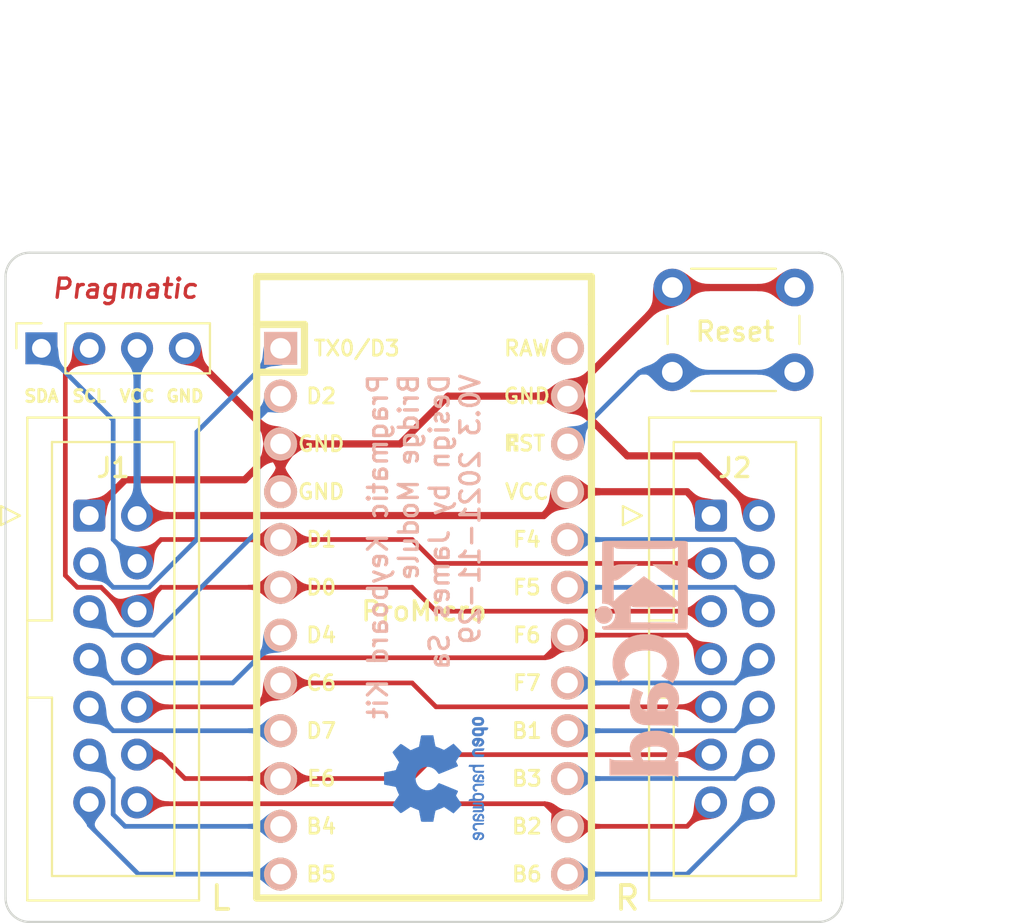
<source format=kicad_pcb>
(kicad_pcb (version 20171130) (host pcbnew "(5.1.12-1-10_14)")
  (title_block (title "Pragmatic Kit - Bridge Module") (date 2021-11-30) (rev V0.3) (company "James Sa"))
  (layers (0 F.Cu signal) (31 B.Cu signal hide) (34 B.Paste user) (35 F.Paste user) (36 B.SilkS user) (37 F.SilkS user) (38 B.Mask user) (39 F.Mask user) (44 Edge.Cuts user))
  (net 0 "")
  (net 1 Row1)
  (net 2 Col1)
  (net 3 VCC)
  (net 4 Col9)
  (net 5 Col8)
  (net 6 Col7)
  (net 7 Row3)
  (net 8 Row5)
  (net 9 Row6)
  (net 10 Row4)
  (net 11 Col6)
  (net 12 Col5)
  (net 13 Col4)
  (net 14 Col3)
  (net 15 Col2)
  (net 16 Row2)
  (net 17 Reset)
  (net 18 Col12)
  (net 19 Col11)
  (net 20 Col10)
  (net 21 GND)
  (module keyboards:ArduinoProMicro (layer F.Cu) (at 139.7 63.5 270)
    (fp_text reference U1 hide)
    (fp_text value ProMicro (at 0 0) (layer F.SilkS) (effects (font (size 1.016 1.016) (thickness 0.1778))))
    (fp_text user TX0/D3 (at -13.97 3.571872) (layer F.SilkS) (effects (font (size 0.8 0.8))))
    (fp_text user D2 (at -11.43 5.461) (layer F.SilkS) (effects (font (size 0.8 0.8))))
    (fp_text user D0 (at -1.27 5.461) (layer F.SilkS) (effects (font (size 0.8 0.8))))
    (fp_text user D1 (at -3.81 5.461) (layer F.SilkS) (effects (font (size 0.8 0.8))))
    (fp_text user GND (at -6.35 5.461) (layer F.SilkS) (effects (font (size 0.8 0.8))))
    (fp_text user GND (at -8.89 5.461) (layer F.SilkS) (effects (font (size 0.8 0.8))))
    (fp_text user D4 (at 1.27 5.461) (layer F.SilkS) (effects (font (size 0.8 0.8))))
    (fp_text user C6 (at 3.81 5.461) (layer F.SilkS) (effects (font (size 0.8 0.8))))
    (fp_text user D7 (at 6.35 5.461) (layer F.SilkS) (effects (font (size 0.8 0.8))))
    (fp_text user E6 (at 8.89 5.461) (layer F.SilkS) (effects (font (size 0.8 0.8))))
    (fp_text user B4 (at 11.43 5.461) (layer F.SilkS) (effects (font (size 0.8 0.8))))
    (fp_text user B5 (at 13.97 5.461) (layer F.SilkS) (effects (font (size 0.8 0.8))))
    (fp_text user B6 (at 13.97 -5.461) (layer F.SilkS) (effects (font (size 0.8 0.8))))
    (fp_text user B3 (at 8.89 -5.461) (layer F.SilkS) (effects (font (size 0.8 0.8))))
    (fp_text user B1 (at 6.35 -5.461) (layer F.SilkS) (effects (font (size 0.8 0.8))))
    (fp_text user F4 (at -3.81 -5.461) (layer F.SilkS) (effects (font (size 0.8 0.8))))
    (fp_text user VCC (at -6.35 -5.461) (layer F.SilkS) (effects (font (size 0.8 0.8))))
    (fp_text user ST (at -8.92 -5.73312) (layer F.SilkS) (effects (font (size 0.8 0.8))))
    (fp_text user GND (at -11.43 -5.461) (layer F.SilkS) (effects (font (size 0.8 0.8))))
    (fp_text user RAW (at -13.97 -5.461) (layer F.SilkS) (effects (font (size 0.8 0.8))))
    (fp_text user F5 (at -1.27 -5.461) (layer F.SilkS) (effects (font (size 0.8 0.8))))
    (fp_text user F6 (at 1.27 -5.461) (layer F.SilkS) (effects (font (size 0.8 0.8))))
    (fp_text user F7 (at 3.81 -5.461) (layer F.SilkS) (effects (font (size 0.8 0.8))))
    (fp_text user B2 (at 11.43 -5.461) (layer F.SilkS) (effects (font (size 0.8 0.8))))
    (pad 24 thru_hole circle (at -13.97 -7.62 270) (size 1.7526 1.7526) (drill 1.0922) (layers *.Cu *.SilkS *.Mask))
    (pad 12 thru_hole circle (at 13.97 7.62 270) (size 1.7526 1.7526) (drill 1.0922) (layers *.Cu *.SilkS *.Mask) (net 11 Col6))
    (pad 23 thru_hole circle (at -11.43 -7.62 270) (size 1.7526 1.7526) (drill 1.0922) (layers *.Cu *.SilkS *.Mask) (net 21 GND))
    (pad 22 thru_hole circle (at -8.89 -7.62 270) (size 1.7526 1.7526) (drill 1.0922) (layers *.Cu *.SilkS *.Mask) (net 17 Reset))
    (pad 21 thru_hole circle (at -6.35 -7.62 270) (size 1.7526 1.7526) (drill 1.0922) (layers *.Cu *.SilkS *.Mask) (net 3 VCC))
    (pad 20 thru_hole circle (at -3.81 -7.62 270) (size 1.7526 1.7526) (drill 1.0922) (layers *.Cu *.SilkS *.Mask) (net 18 Col12))
    (pad 19 thru_hole circle (at -1.27 -7.62 270) (size 1.7526 1.7526) (drill 1.0922) (layers *.Cu *.SilkS *.Mask) (net 19 Col11))
    (pad 18 thru_hole circle (at 1.27 -7.62 270) (size 1.7526 1.7526) (drill 1.0922) (layers *.Cu *.SilkS *.Mask) (net 7 Row3))
    (pad 17 thru_hole circle (at 3.81 -7.62 270) (size 1.7526 1.7526) (drill 1.0922) (layers *.Cu *.SilkS *.Mask) (net 20 Col10))
    (pad 16 thru_hole circle (at 6.35 -7.62 270) (size 1.7526 1.7526) (drill 1.0922) (layers *.Cu *.SilkS *.Mask) (net 4 Col9))
    (pad 15 thru_hole circle (at 8.89 -7.62 270) (size 1.7526 1.7526) (drill 1.0922) (layers *.Cu *.SilkS *.Mask) (net 5 Col8))
    (pad 14 thru_hole circle (at 11.43 -7.62 270) (size 1.7526 1.7526) (drill 1.0922) (layers *.Cu *.SilkS *.Mask) (net 9 Row6))
    (pad 13 thru_hole circle (at 13.97 -7.62 270) (size 1.7526 1.7526) (drill 1.0922) (layers *.Cu *.SilkS *.Mask) (net 6 Col7))
    (pad 11 thru_hole circle (at 11.43 7.62 270) (size 1.7526 1.7526) (drill 1.0922) (layers *.Cu *.SilkS *.Mask) (net 12 Col5))
    (pad 10 thru_hole circle (at 8.89 7.62 270) (size 1.7526 1.7526) (drill 1.0922) (layers *.Cu *.SilkS *.Mask) (net 8 Row5))
    (pad 9 thru_hole circle (at 6.35 7.62 270) (size 1.7526 1.7526) (drill 1.0922) (layers *.Cu *.SilkS *.Mask) (net 13 Col4))
    (pad 8 thru_hole circle (at 3.81 7.62 270) (size 1.7526 1.7526) (drill 1.0922) (layers *.Cu *.SilkS *.Mask) (net 10 Row4))
    (pad 7 thru_hole circle (at 1.27 7.62 270) (size 1.7526 1.7526) (drill 1.0922) (layers *.Cu *.SilkS *.Mask) (net 14 Col3))
    (pad 6 thru_hole circle (at -1.27 7.62 270) (size 1.7526 1.7526) (drill 1.0922) (layers *.Cu *.SilkS *.Mask) (net 16 Row2))
    (pad 5 thru_hole circle (at -3.81 7.62 270) (size 1.7526 1.7526) (drill 1.0922) (layers *.Cu *.SilkS *.Mask) (net 1 Row1))
    (pad 4 thru_hole circle (at -6.35 7.62 270) (size 1.7526 1.7526) (drill 1.0922) (layers *.Cu *.SilkS *.Mask) (net 21 GND))
    (pad 3 thru_hole circle (at -8.89 7.62 270) (size 1.7526 1.7526) (drill 1.0922) (layers *.Cu *.SilkS *.Mask) (net 21 GND))
    (pad 2 thru_hole circle (at -11.43 7.62 270) (size 1.7526 1.7526) (drill 1.0922) (layers *.Cu *.SilkS *.Mask) (net 15 Col2))
    (pad 1 thru_hole rect (at -13.97 7.62 270) (size 1.7526 1.7526) (drill 1.0922) (layers *.Cu *.SilkS *.Mask) (net 2 Col1))
  )
  (module Symbol:KiCad-Logo_5mm_SilkScreen (layer B.Cu) (at 151.765 66.04 270)
    (fp_text reference Logo2 hide)
    (fp_text value KiCad-Logo_5mm_SilkScreen hide)
  )
  (module keyboards:OSHW-Logo2_7.3x6mm_Copper (layer B.Cu) (at 140.335 72.39 270)
    (fp_text reference Logo1 hide)
    (fp_text value OSHW-Logo2_7.3x6mm_Copper hide)
    (fp_poly (pts (xy 0.10391 2.757652) (xy 0.182454 2.757222) (xy 0.239298 2.756058) (xy 0.278105 2.753793) (xy 0.302538 2.75006) (xy 0.316262 2.744494) (xy 0.32294 2.736727) (xy 0.326236 2.726395) (xy 0.326556 2.725057) (xy 0.331562 2.700921) (xy 0.340829 2.653299) (xy 0.353392 2.587259) (xy 0.368287 2.507872) (xy 0.384551 2.420204) (xy 0.385119 2.417125) (xy 0.40141 2.331211) (xy 0.416652 2.255304) (xy 0.429861 2.193955) (xy 0.440054 2.151718) (xy 0.446248 2.133145) (xy 0.446543 2.132816) (xy 0.464788 2.123747) (xy 0.502405 2.108633) (xy 0.551271 2.090738) (xy 0.551543 2.090642) (xy 0.613093 2.067507) (xy 0.685657 2.038035) (xy 0.754057 2.008403) (xy 0.757294 2.006938) (xy 0.868702 1.956374) (xy 1.115399 2.12484) (xy 1.191077 2.176197) (xy 1.259631 2.222111) (xy 1.317088 2.25997) (xy 1.359476 2.287163) (xy 1.382825 2.301079) (xy 1.385042 2.302111) (xy 1.40201 2.297516) (xy 1.433701 2.275345) (xy 1.481352 2.234553) (xy 1.546198 2.174095) (xy 1.612397 2.109773) (xy 1.676214 2.046388) (xy 1.733329 1.988549) (xy 1.780305 1.939825) (xy 1.813703 1.90379) (xy 1.830085 1.884016) (xy 1.830694 1.882998) (xy 1.832505 1.869428) (xy 1.825683 1.847267) (xy 1.80854 1.813522) (xy 1.779393 1.7652) (xy 1.736555 1.699308) (xy 1.679448 1.614483) (xy 1.628766 1.539823) (xy 1.583461 1.47286) (xy 1.54615 1.417484) (xy 1.519452 1.37758) (xy 1.505985 1.357038) (xy 1.505137 1.355644) (xy 1.506781 1.335962) (xy 1.519245 1.297707) (xy 1.540048 1.248111) (xy 1.547462 1.232272) (xy 1.579814 1.16171) (xy 1.614328 1.081647) (xy 1.642365 1.012371) (xy 1.662568 0.960955) (xy 1.678615 0.921881) (xy 1.687888 0.901459) (xy 1.689041 0.899886) (xy 1.706096 0.897279) (xy 1.746298 0.890137) (xy 1.804302 0.879477) (xy 1.874763 0.866315) (xy 1.952335 0.851667) (xy 2.031672 0.836551) (xy 2.107431 0.821982) (xy 2.174264 0.808978) (xy 2.226828 0.798555) (xy 2.259776 0.79173) (xy 2.267857 0.789801) (xy 2.276205 0.785038) (xy 2.282506 0.774282) (xy 2.287045 0.753902) (xy 2.290104 0.720266) (xy 2.291967 0.669745) (xy 2.292918 0.598708) (xy 2.29324 0.503524) (xy 2.293257 0.464508) (xy 2.293257 0.147201) (xy 2.217057 0.132161) (xy 2.174663 0.124005) (xy 2.1114 0.112101) (xy 2.034962 0.097884) (xy 1.953043 0.08279) (xy 1.9304 0.078645) (xy 1.854806 0.063947) (xy 1.788953 0.049495) (xy 1.738366 0.036625) (xy 1.708574 0.026678) (xy 1.703612 0.023713) (xy 1.691426 0.002717) (xy 1.673953 -0.037967) (xy 1.654577 -0.090322) (xy 1.650734 -0.1016) (xy 1.625339 -0.171523) (xy 1.593817 -0.250418) (xy 1.562969 -0.321266) (xy 1.562817 -0.321595) (xy 1.511447 -0.432733) (xy 1.680399 -0.681253) (xy 1.849352 -0.929772) (xy 1.632429 -1.147058) (xy 1.566819 -1.211726) (xy 1.506979 -1.268733) (xy 1.456267 -1.315033) (xy 1.418046 -1.347584) (xy 1.395675 -1.363343) (xy 1.392466 -1.364343) (xy 1.373626 -1.356469) (xy 1.33518 -1.334578) (xy 1.28133 -1.301267) (xy 1.216276 -1.259131) (xy 1.14594 -1.211943) (xy 1.074555 -1.16381) (xy 1.010908 -1.121928) (xy 0.959041 -1.088871) (xy 0.922995 -1.067218) (xy 0.906867 -1.059543) (xy 0.887189 -1.066037) (xy 0.849875 -1.08315) (xy 0.802621 -1.107326) (xy 0.797612 -1.110013) (xy 0.733977 -1.141927) (xy 0.690341 -1.157579) (xy 0.663202 -1.157745) (xy 0.649057 -1.143204) (xy 0.648975 -1.143) (xy 0.641905 -1.125779) (xy 0.625042 -1.084899) (xy 0.599695 -1.023525) (xy 0.567171 -0.944819) (xy 0.528778 -0.851947) (xy 0.485822 -0.748072) (xy 0.444222 -0.647502) (xy 0.398504 -0.536516) (xy 0.356526 -0.433703) (xy 0.319548 -0.342215) (xy 0.288827 -0.265201) (xy 0.265622 -0.205815) (xy 0.25119 -0.167209) (xy 0.246743 -0.1528) (xy 0.257896 -0.136272) (xy 0.287069 -0.10993) (xy 0.325971 -0.080887) (xy 0.436757 0.010961) (xy 0.523351 0.116241) (xy 0.584716 0.232734) (xy 0.619815 0.358224) (xy 0.627608 0.490493) (xy 0.621943 0.551543) (xy 0.591078 0.678205) (xy 0.53792 0.790059) (xy 0.465767 0.885999) (xy 0.377917 0.964924) (xy 0.277665 1.02573) (xy 0.16831 1.067313) (xy 0.053147 1.088572) (xy -0.064525 1.088401) (xy -0.18141 1.065699) (xy -0.294211 1.019362) (xy -0.399631 0.948287) (xy -0.443632 0.908089) (xy -0.528021 0.804871) (xy -0.586778 0.692075) (xy -0.620296 0.57299) (xy -0.628965 0.450905) (xy -0.613177 0.329107) (xy -0.573322 0.210884) (xy -0.509793 0.099525) (xy -0.422979 -0.001684) (xy -0.325971 -0.080887) (xy -0.285563 -0.111162) (xy -0.257018 -0.137219) (xy -0.246743 -0.152825) (xy -0.252123 -0.169843) (xy -0.267425 -0.2105) (xy -0.291388 -0.271642) (xy -0.322756 -0.350119) (xy -0.360268 -0.44278) (xy -0.402667 -0.546472) (xy -0.444337 -0.647526) (xy -0.49031 -0.758607) (xy -0.532893 -0.861541) (xy -0.570779 -0.953165) (xy -0.60266 -1.030316) (xy -0.627229 -1.089831) (xy -0.64318 -1.128544) (xy -0.64909 -1.143) (xy -0.663052 -1.157685) (xy -0.69006 -1.157642) (xy -0.733587 -1.142099) (xy -0.79711 -1.110284) (xy -0.797612 -1.110013) (xy -0.84544 -1.085323) (xy -0.884103 -1.067338) (xy -0.905905 -1.059614) (xy -0.906867 -1.059543) (xy -0.923279 -1.067378) (xy -0.959513 -1.089165) (xy -1.011526 -1.122328) (xy -1.075275 -1.164291) (xy -1.14594 -1.211943) (xy -1.217884 -1.260191) (xy -1.282726 -1.302151) (xy -1.336265 -1.335227) (xy -1.374303 -1.356821) (xy -1.392467 -1.364343) (xy -1.409192 -1.354457) (xy -1.44282 -1.326826) (xy -1.48999 -1.284495) (xy -1.547342 -1.230505) (xy -1.611516 -1.167899) (xy -1.632503 -1.146983) (xy -1.849501 -0.929623) (xy -1.684332 -0.68722) (xy -1.634136 -0.612781) (xy -1.590081 -0.545972) (xy -1.554638 -0.490665) (xy -1.530281 -0.450729) (xy -1.519478 -0.430036) (xy -1.519162 -0.428563) (xy -1.524857 -0.409058) (xy -1.540174 -0.369822) (xy -1.562463 -0.31743) (xy -1.578107 -0.282355) (xy -1.607359 -0.215201) (xy -1.634906 -0.147358) (xy -1.656263 -0.090034) (xy -1.662065 -0.072572) (xy -1.678548 -0.025938) (xy -1.69466 0.010095) (xy -1.70351 0.023713) (xy -1.72304 0.032048) (xy -1.765666 0.043863) (xy -1.825855 0.057819) (xy -1.898078 0.072578) (xy -1.9304 0.078645) (xy -2.012478 0.093727) (xy -2.091205 0.108331) (xy -2.158891 0.12102) (xy -2.20784 0.130358) (xy -2.217057 0.132161) (xy -2.293257 0.147201) (xy -2.293257 0.464508) (xy -2.293086 0.568846) (xy -2.292384 0.647787) (xy -2.290866 0.704962) (xy -2.288251 0.744001) (xy -2.284254 0.768535) (xy -2.278591 0.782195) (xy -2.27098 0.788611) (xy -2.267857 0.789801) (xy -2.249022 0.79402) (xy -2.207412 0.802438) (xy -2.14837 0.814039) (xy -2.077243 0.827805) (xy -1.999375 0.84272) (xy -1.920113 0.857768) (xy -1.844802 0.871931) (xy -1.778787 0.884194) (xy -1.727413 0.893539) (xy -1.696025 0.89895) (xy -1.689041 0.899886) (xy -1.682715 0.912404) (xy -1.66871 0.945754) (xy -1.649645 0.993623) (xy -1.642366 1.012371) (xy -1.613004 1.084805) (xy -1.578429 1.16483) (xy -1.547463 1.232272) (xy -1.524677 1.283841) (xy -1.509518 1.326215) (xy -1.504458 1.352166) (xy -1.505264 1.355644) (xy -1.515959 1.372064) (xy -1.54038 1.408583) (xy -1.575905 1.461313) (xy -1.619913 1.526365) (xy -1.669783 1.599849) (xy -1.679644 1.614355) (xy -1.737508 1.700296) (xy -1.780044 1.765739) (xy -1.808946 1.813696) (xy -1.82591 1.84718) (xy -1.832633 1.869205) (xy -1.83081 1.882783) (xy -1.830764 1.882869) (xy -1.816414 1.900703) (xy -1.784677 1.935183) (xy -1.73899 1.982732) (xy -1.682796 2.039778) (xy -1.619532 2.102745) (xy -1.612398 2.109773) (xy -1.53267 2.18698) (xy -1.471143 2.24367) (xy -1.426579 2.28089) (xy -1.397743 2.299685) (xy -1.385042 2.302111) (xy -1.366506 2.291529) (xy -1.328039 2.267084) (xy -1.273614 2.231388) (xy -1.207202 2.187053) (xy -1.132775 2.136689) (xy -1.115399 2.12484) (xy -0.868703 1.956374) (xy -0.757294 2.006938) (xy -0.689543 2.036405) (xy -0.616817 2.066041) (xy -0.554297 2.08967) (xy -0.551543 2.090642) (xy -0.50264 2.108543) (xy -0.464943 2.12368) (xy -0.446575 2.13279) (xy -0.446544 2.132816) (xy -0.440715 2.149283) (xy -0.430808 2.189781) (xy -0.417805 2.249758) (xy -0.402691 2.32466) (xy -0.386448 2.409936) (xy -0.385119 2.417125) (xy -0.368825 2.504986) (xy -0.353867 2.58474) (xy -0.341209 2.651319) (xy -0.331814 2.699653) (xy -0.326646 2.724675) (xy -0.326556 2.725057) (xy -0.323411 2.735701) (xy -0.317296 2.743738) (xy -0.304547 2.749533) (xy -0.2815 2.753453) (xy -0.244491 2.755865) (xy -0.189856 2.757135) (xy -0.113933 2.757629) (xy -0.013056 2.757714) (xy 0 2.757714) (xy 0.10391 2.757652)) (layer B.Cu) (width 0.01))
    (fp_poly (pts (xy 3.153595 -1.966966) (xy 3.211021 -2.004497) (xy 3.238719 -2.038096) (xy 3.260662 -2.099064) (xy 3.262405 -2.147308) (xy 3.258457 -2.211816) (xy 3.109686 -2.276934) (xy 3.037349 -2.310202) (xy 2.990084 -2.336964) (xy 2.965507 -2.360144) (xy 2.961237 -2.382667) (xy 2.974889 -2.407455) (xy 2.989943 -2.423886) (xy 3.033746 -2.450235) (xy 3.081389 -2.452081) (xy 3.125145 -2.431546) (xy 3.157289 -2.390752) (xy 3.163038 -2.376347) (xy 3.190576 -2.331356) (xy 3.222258 -2.312182) (xy 3.265714 -2.295779) (xy 3.265714 -2.357966) (xy 3.261872 -2.400283) (xy 3.246823 -2.435969) (xy 3.21528 -2.476943) (xy 3.210592 -2.482267) (xy 3.175506 -2.51872) (xy 3.145347 -2.538283) (xy 3.107615 -2.547283) (xy 3.076335 -2.55023) (xy 3.020385 -2.550965) (xy 2.980555 -2.54166) (xy 2.955708 -2.527846) (xy 2.916656 -2.497467) (xy 2.889625 -2.464613) (xy 2.872517 -2.423294) (xy 2.863238 -2.367521) (xy 2.859693 -2.291305) (xy 2.85941 -2.252622) (xy 2.860372 -2.206247) (xy 2.948007 -2.206247) (xy 2.949023 -2.231126) (xy 2.951556 -2.2352) (xy 2.968274 -2.229665) (xy 3.004249 -2.215017) (xy 3.052331 -2.19419) (xy 3.062386 -2.189714) (xy 3.123152 -2.158814) (xy 3.156632 -2.131657) (xy 3.16399 -2.10622) (xy 3.146391 -2.080481) (xy 3.131856 -2.069109) (xy 3.07941 -2.046364) (xy 3.030322 -2.050122) (xy 2.989227 -2.077884) (xy 2.960758 -2.127152) (xy 2.951631 -2.166257) (xy 2.948007 -2.206247) (xy 2.860372 -2.206247) (xy 2.861285 -2.162249) (xy 2.868196 -2.095384) (xy 2.881884 -2.046695) (xy 2.904096 -2.010849) (xy 2.936574 -1.982513) (xy 2.950733 -1.973355) (xy 3.015053 -1.949507) (xy 3.085473 -1.948006) (xy 3.153595 -1.966966)) (layer B.Cu) (width 0.01))
    (fp_poly (pts (xy 2.6526 -1.958752) (xy 2.669948 -1.966334) (xy 2.711356 -1.999128) (xy 2.746765 -2.046547) (xy 2.768664 -2.097151) (xy 2.772229 -2.122098) (xy 2.760279 -2.156927) (xy 2.734067 -2.175357) (xy 2.705964 -2.186516) (xy 2.693095 -2.188572) (xy 2.686829 -2.173649) (xy 2.674456 -2.141175) (xy 2.669028 -2.126502) (xy 2.63859 -2.075744) (xy 2.59452 -2.050427) (xy 2.53801 -2.051206) (xy 2.533825 -2.052203) (xy 2.503655 -2.066507) (xy 2.481476 -2.094393) (xy 2.466327 -2.139287) (xy 2.45725 -2.204615) (xy 2.453286 -2.293804) (xy 2.452914 -2.341261) (xy 2.45273 -2.416071) (xy 2.451522 -2.467069) (xy 2.448309 -2.499471) (xy 2.442109 -2.518495) (xy 2.43194 -2.529356) (xy 2.416819 -2.537272) (xy 2.415946 -2.53767) (xy 2.386828 -2.549981) (xy 2.372403 -2.554514) (xy 2.370186 -2.540809) (xy 2.368289 -2.502925) (xy 2.366847 -2.445715) (xy 2.365998 -2.374027) (xy 2.365829 -2.321565) (xy 2.366692 -2.220047) (xy 2.37007 -2.143032) (xy 2.377142 -2.086023) (xy 2.389088 -2.044526) (xy 2.40709 -2.014043) (xy 2.432327 -1.99008) (xy 2.457247 -1.973355) (xy 2.517171 -1.951097) (xy 2.586911 -1.946076) (xy 2.6526 -1.958752)) (layer B.Cu) (width 0.01))
    (fp_poly (pts (xy 2.144876 -1.956335) (xy 2.186667 -1.975344) (xy 2.219469 -1.998378) (xy 2.243503 -2.024133) (xy 2.260097 -2.057358) (xy 2.270577 -2.1028) (xy 2.276271 -2.165207) (xy 2.278507 -2.249327) (xy 2.278743 -2.304721) (xy 2.278743 -2.520826) (xy 2.241774 -2.53767) (xy 2.212656 -2.549981) (xy 2.198231 -2.554514) (xy 2.195472 -2.541025) (xy 2.193282 -2.504653) (xy 2.191942 -2.451542) (xy 2.191657 -2.409372) (xy 2.190434 -2.348447) (xy 2.187136 -2.300115) (xy 2.182321 -2.270518) (xy 2.178496 -2.264229) (xy 2.152783 -2.270652) (xy 2.112418 -2.287125) (xy 2.065679 -2.309458) (xy 2.020845 -2.333457) (xy 1.986193 -2.35493) (xy 1.970002 -2.369685) (xy 1.969938 -2.369845) (xy 1.97133 -2.397152) (xy 1.983818 -2.423219) (xy 2.005743 -2.444392) (xy 2.037743 -2.451474) (xy 2.065092 -2.450649) (xy 2.103826 -2.450042) (xy 2.124158 -2.459116) (xy 2.136369 -2.483092) (xy 2.137909 -2.487613) (xy 2.143203 -2.521806) (xy 2.129047 -2.542568) (xy 2.092148 -2.552462) (xy 2.052289 -2.554292) (xy 1.980562 -2.540727) (xy 1.943432 -2.521355) (xy 1.897576 -2.475845) (xy 1.873256 -2.419983) (xy 1.871073 -2.360957) (xy 1.891629 -2.305953) (xy 1.922549 -2.271486) (xy 1.95342 -2.252189) (xy 2.001942 -2.227759) (xy 2.058485 -2.202985) (xy 2.06791 -2.199199) (xy 2.130019 -2.171791) (xy 2.165822 -2.147634) (xy 2.177337 -2.123619) (xy 2.16658 -2.096635) (xy 2.148114 -2.075543) (xy 2.104469 -2.049572) (xy 2.056446 -2.047624) (xy 2.012406 -2.067637) (xy 1.980709 -2.107551) (xy 1.976549 -2.117848) (xy 1.952327 -2.155724) (xy 1.916965 -2.183842) (xy 1.872343 -2.206917) (xy 1.872343 -2.141485) (xy 1.874969 -2.101506) (xy 1.88623 -2.069997) (xy 1.911199 -2.036378) (xy 1.935169 -2.010484) (xy 1.972441 -1.973817) (xy 2.001401 -1.954121) (xy 2.032505 -1.94622) (xy 2.067713 -1.944914) (xy 2.144876 -1.956335)) (layer B.Cu) (width 0.01))
    (fp_poly (pts (xy 1.779833 -1.958663) (xy 1.782048 -1.99685) (xy 1.783784 -2.054886) (xy 1.784899 -2.12818) (xy 1.785257 -2.205055) (xy 1.785257 -2.465196) (xy 1.739326 -2.511127) (xy 1.707675 -2.539429) (xy 1.67989 -2.550893) (xy 1.641915 -2.550168) (xy 1.62684 -2.548321) (xy 1.579726 -2.542948) (xy 1.540756 -2.539869) (xy 1.531257 -2.539585) (xy 1.499233 -2.541445) (xy 1.453432 -2.546114) (xy 1.435674 -2.548321) (xy 1.392057 -2.551735) (xy 1.362745 -2.54432) (xy 1.33368 -2.521427) (xy 1.323188 -2.511127) (xy 1.277257 -2.465196) (xy 1.277257 -1.978602) (xy 1.314226 -1.961758) (xy 1.346059 -1.949282) (xy 1.364683 -1.944914) (xy 1.369458 -1.958718) (xy 1.373921 -1.997286) (xy 1.377775 -2.056356) (xy 1.380722 -2.131663) (xy 1.382143 -2.195286) (xy 1.386114 -2.445657) (xy 1.420759 -2.450556) (xy 1.452268 -2.447131) (xy 1.467708 -2.436041) (xy 1.472023 -2.415308) (xy 1.475708 -2.371145) (xy 1.478469 -2.309146) (xy 1.480012 -2.234909) (xy 1.480235 -2.196706) (xy 1.480457 -1.976783) (xy 1.526166 -1.960849) (xy 1.558518 -1.950015) (xy 1.576115 -1.944962) (xy 1.576623 -1.944914) (xy 1.578388 -1.958648) (xy 1.580329 -1.99673) (xy 1.582282 -2.054482) (xy 1.584084 -2.127227) (xy 1.585343 -2.195286) (xy 1.589314 -2.445657) (xy 1.6764 -2.445657) (xy 1.680396 -2.21724) (xy 1.684392 -1.988822) (xy 1.726847 -1.966868) (xy 1.758192 -1.951793) (xy 1.776744 -1.944951) (xy 1.777279 -1.944914) (xy 1.779833 -1.958663)) (layer B.Cu) (width 0.01))
    (fp_poly (pts (xy 1.190117 -2.065358) (xy 1.189933 -2.173837) (xy 1.189219 -2.257287) (xy 1.187675 -2.319704) (xy 1.185001 -2.365085) (xy 1.180894 -2.397429) (xy 1.175055 -2.420733) (xy 1.167182 -2.438995) (xy 1.161221 -2.449418) (xy 1.111855 -2.505945) (xy 1.049264 -2.541377) (xy 0.980013 -2.55409) (xy 0.910668 -2.542463) (xy 0.869375 -2.521568) (xy 0.826025 -2.485422) (xy 0.796481 -2.441276) (xy 0.778655 -2.383462) (xy 0.770463 -2.306313) (xy 0.769302 -2.249714) (xy 0.769458 -2.245647) (xy 0.870857 -2.245647) (xy 0.871476 -2.31055) (xy 0.874314 -2.353514) (xy 0.88084 -2.381622) (xy 0.892523 -2.401953) (xy 0.906483 -2.417288) (xy 0.953365 -2.44689) (xy 1.003701 -2.449419) (xy 1.051276 -2.424705) (xy 1.054979 -2.421356) (xy 1.070783 -2.403935) (xy 1.080693 -2.383209) (xy 1.086058 -2.352362) (xy 1.088228 -2.304577) (xy 1.088571 -2.251748) (xy 1.087827 -2.185381) (xy 1.084748 -2.141106) (xy 1.078061 -2.112009) (xy 1.066496 -2.091173) (xy 1.057013 -2.080107) (xy 1.01296 -2.052198) (xy 0.962224 -2.048843) (xy 0.913796 -2.070159) (xy 0.90445 -2.078073) (xy 0.88854 -2.095647) (xy 0.87861 -2.116587) (xy 0.873278 -2.147782) (xy 0.871163 -2.196122) (xy 0.870857 -2.245647) (xy 0.769458 -2.245647) (xy 0.77281 -2.158568) (xy 0.784726 -2.090086) (xy 0.807135 -2.0386) (xy 0.842124 -1.998443) (xy 0.869375 -1.977861) (xy 0.918907 -1.955625) (xy 0.976316 -1.945304) (xy 1.029682 -1.948067) (xy 1.059543 -1.959212) (xy 1.071261 -1.962383) (xy 1.079037 -1.950557) (xy 1.084465 -1.918866) (xy 1.088571 -1.870593) (xy 1.093067 -1.816829) (xy 1.099313 -1.784482) (xy 1.110676 -1.765985) (xy 1.130528 -1.75377) (xy 1.143 -1.748362) (xy 1.190171 -1.728601) (xy 1.190117 -2.065358)) (layer B.Cu) (width 0.01))
    (fp_poly (pts (xy 0.529926 -1.949755) (xy 0.595858 -1.974084) (xy 0.649273 -2.017117) (xy 0.670164 -2.047409) (xy 0.692939 -2.102994) (xy 0.692466 -2.143186) (xy 0.668562 -2.170217) (xy 0.659717 -2.174813) (xy 0.62153 -2.189144) (xy 0.602028 -2.185472) (xy 0.595422 -2.161407) (xy 0.595086 -2.148114) (xy 0.582992 -2.09921) (xy 0.551471 -2.064999) (xy 0.507659 -2.048476) (xy 0.458695 -2.052634) (xy 0.418894 -2.074227) (xy 0.40545 -2.086544) (xy 0.395921 -2.101487) (xy 0.389485 -2.124075) (xy 0.385317 -2.159328) (xy 0.382597 -2.212266) (xy 0.380502 -2.287907) (xy 0.37996 -2.311857) (xy 0.377981 -2.39379) (xy 0.375731 -2.451455) (xy 0.372357 -2.489608) (xy 0.367006 -2.513004) (xy 0.358824 -2.526398) (xy 0.346959 -2.534545) (xy 0.339362 -2.538144) (xy 0.307102 -2.550452) (xy 0.288111 -2.554514) (xy 0.281836 -2.540948) (xy 0.278006 -2.499934) (xy 0.2766 -2.430999) (xy 0.277598 -2.333669) (xy 0.277908 -2.318657) (xy 0.280101 -2.229859) (xy 0.282693 -2.165019) (xy 0.286382 -2.119067) (xy 0.291864 -2.086935) (xy 0.299835 -2.063553) (xy 0.310993 -2.043852) (xy 0.31683 -2.03541) (xy 0.350296 -1.998057) (xy 0.387727 -1.969003) (xy 0.392309 -1.966467) (xy 0.459426 -1.946443) (xy 0.529926 -1.949755)) (layer B.Cu) (width 0.01))
    (fp_poly (pts (xy 0.039744 -1.950968) (xy 0.096616 -1.972087) (xy 0.097267 -1.972493) (xy 0.13244 -1.99838) (xy 0.158407 -2.028633) (xy 0.17667 -2.068058) (xy 0.188732 -2.121462) (xy 0.196096 -2.193651) (xy 0.200264 -2.289432) (xy 0.200629 -2.303078) (xy 0.205876 -2.508842) (xy 0.161716 -2.531678) (xy 0.129763 -2.54711) (xy 0.11047 -2.554423) (xy 0.109578 -2.554514) (xy 0.106239 -2.541022) (xy 0.103587 -2.504626) (xy 0.101956 -2.451452) (xy 0.1016 -2.408393) (xy 0.101592 -2.338641) (xy 0.098403 -2.294837) (xy 0.087288 -2.273944) (xy 0.063501 -2.272925) (xy 0.022296 -2.288741) (xy -0.039914 -2.317815) (xy -0.085659 -2.341963) (xy -0.109187 -2.362913) (xy -0.116104 -2.385747) (xy -0.116114 -2.386877) (xy -0.104701 -2.426212) (xy -0.070908 -2.447462) (xy -0.019191 -2.450539) (xy 0.018061 -2.450006) (xy 0.037703 -2.460735) (xy 0.049952 -2.486505) (xy 0.057002 -2.519337) (xy 0.046842 -2.537966) (xy 0.043017 -2.540632) (xy 0.007001 -2.55134) (xy -0.043434 -2.552856) (xy -0.095374 -2.545759) (xy -0.132178 -2.532788) (xy -0.183062 -2.489585) (xy -0.211986 -2.429446) (xy -0.217714 -2.382462) (xy -0.213343 -2.340082) (xy -0.197525 -2.305488) (xy -0.166203 -2.274763) (xy -0.115322 -2.24399) (xy -0.040824 -2.209252) (xy -0.036286 -2.207288) (xy 0.030821 -2.176287) (xy 0.072232 -2.150862) (xy 0.089981 -2.128014) (xy 0.086107 -2.104745) (xy 0.062643 -2.078056) (xy 0.055627 -2.071914) (xy 0.00863 -2.0481) (xy -0.040067 -2.049103) (xy -0.082478 -2.072451) (xy -0.110616 -2.115675) (xy -0.113231 -2.12416) (xy -0.138692 -2.165308) (xy -0.170999 -2.185128) (xy -0.217714 -2.20477) (xy -0.217714 -2.15395) (xy -0.203504 -2.080082) (xy -0.161325 -2.012327) (xy -0.139376 -1.989661) (xy -0.089483 -1.960569) (xy -0.026033 -1.9474) (xy 0.039744 -1.950968)) (layer B.Cu) (width 0.01))
    (fp_poly (pts (xy -0.624114 -1.851289) (xy -0.619861 -1.910613) (xy -0.614975 -1.945572) (xy -0.608205 -1.96082) (xy -0.598298 -1.961015) (xy -0.595086 -1.959195) (xy -0.552356 -1.946015) (xy -0.496773 -1.946785) (xy -0.440263 -1.960333) (xy -0.404918 -1.977861) (xy -0.368679 -2.005861) (xy -0.342187 -2.037549) (xy -0.324001 -2.077813) (xy -0.312678 -2.131543) (xy -0.306778 -2.203626) (xy -0.304857 -2.298951) (xy -0.304823 -2.317237) (xy -0.3048 -2.522646) (xy -0.350509 -2.53858) (xy -0.382973 -2.54942) (xy -0.400785 -2.554468) (xy -0.401309 -2.554514) (xy -0.403063 -2.540828) (xy -0.404556 -2.503076) (xy -0.405674 -2.446224) (xy -0.406303 -2.375234) (xy -0.4064 -2.332073) (xy -0.406602 -2.246973) (xy -0.407642 -2.185981) (xy -0.410169 -2.144177) (xy -0.414836 -2.116642) (xy -0.422293 -2.098456) (xy -0.433189 -2.084698) (xy -0.439993 -2.078073) (xy -0.486728 -2.051375) (xy -0.537728 -2.049375) (xy -0.583999 -2.071955) (xy -0.592556 -2.080107) (xy -0.605107 -2.095436) (xy -0.613812 -2.113618) (xy -0.619369 -2.139909) (xy -0.622474 -2.179562) (xy -0.623824 -2.237832) (xy -0.624114 -2.318173) (xy -0.624114 -2.522646) (xy -0.669823 -2.53858) (xy -0.702287 -2.54942) (xy -0.720099 -2.554468) (xy -0.720623 -2.554514) (xy -0.721963 -2.540623) (xy -0.723172 -2.501439) (xy -0.724199 -2.4407) (xy -0.724998 -2.362141) (xy -0.725519 -2.269498) (xy -0.725714 -2.166509) (xy -0.725714 -1.769342) (xy -0.678543 -1.749444) (xy -0.631371 -1.729547) (xy -0.624114 -1.851289)) (layer B.Cu) (width 0.01))
    (fp_poly (pts (xy -1.831697 -1.931239) (xy -1.774473 -1.969735) (xy -1.730251 -2.025335) (xy -1.703833 -2.096086) (xy -1.69849 -2.148162) (xy -1.699097 -2.169893) (xy -1.704178 -2.186531) (xy -1.718145 -2.201437) (xy -1.745411 -2.217973) (xy -1.790388 -2.239498) (xy -1.857489 -2.269374) (xy -1.857829 -2.269524) (xy -1.919593 -2.297813) (xy -1.970241 -2.322933) (xy -2.004596 -2.342179) (xy -2.017482 -2.352848) (xy -2.017486 -2.352934) (xy -2.006128 -2.376166) (xy -1.979569 -2.401774) (xy -1.949077 -2.420221) (xy -1.93363 -2.423886) (xy -1.891485 -2.411212) (xy -1.855192 -2.379471) (xy -1.837483 -2.344572) (xy -1.820448 -2.318845) (xy -1.787078 -2.289546) (xy -1.747851 -2.264235) (xy -1.713244 -2.250471) (xy -1.706007 -2.249714) (xy -1.697861 -2.26216) (xy -1.69737 -2.293972) (xy -1.703357 -2.336866) (xy -1.714643 -2.382558) (xy -1.73005 -2.422761) (xy -1.730829 -2.424322) (xy -1.777196 -2.489062) (xy -1.837289 -2.533097) (xy -1.905535 -2.554711) (xy -1.976362 -2.552185) (xy -2.044196 -2.523804) (xy -2.047212 -2.521808) (xy -2.100573 -2.473448) (xy -2.13566 -2.410352) (xy -2.155078 -2.327387) (xy -2.157684 -2.304078) (xy -2.162299 -2.194055) (xy -2.156767 -2.142748) (xy -2.017486 -2.142748) (xy -2.015676 -2.174753) (xy -2.005778 -2.184093) (xy -1.981102 -2.177105) (xy -1.942205 -2.160587) (xy -1.898725 -2.139881) (xy -1.897644 -2.139333) (xy -1.860791 -2.119949) (xy -1.846 -2.107013) (xy -1.849647 -2.093451) (xy -1.865005 -2.075632) (xy -1.904077 -2.049845) (xy -1.946154 -2.04795) (xy -1.983897 -2.066717) (xy -2.009966 -2.102915) (xy -2.017486 -2.142748) (xy -2.156767 -2.142748) (xy -2.152806 -2.106027) (xy -2.12845 -2.036212) (xy -2.094544 -1.987302) (xy -2.033347 -1.937878) (xy -1.965937 -1.913359) (xy -1.89712 -1.911797) (xy -1.831697 -1.931239)) (layer B.Cu) (width 0.01))
    (fp_poly (pts (xy -2.958885 -1.921962) (xy -2.890855 -1.957733) (xy -2.840649 -2.015301) (xy -2.822815 -2.052312) (xy -2.808937 -2.107882) (xy -2.801833 -2.178096) (xy -2.80116 -2.254727) (xy -2.806573 -2.329552) (xy -2.81773 -2.394342) (xy -2.834286 -2.440873) (xy -2.839374 -2.448887) (xy -2.899645 -2.508707) (xy -2.971231 -2.544535) (xy -3.048908 -2.55502) (xy -3.127452 -2.53881) (xy -3.149311 -2.529092) (xy -3.191878 -2.499143) (xy -3.229237 -2.459433) (xy -3.232768 -2.454397) (xy -3.247119 -2.430124) (xy -3.256606 -2.404178) (xy -3.26221 -2.370022) (xy -3.264914 -2.321119) (xy -3.265701 -2.250935) (xy -3.265714 -2.2352) (xy -3.265678 -2.230192) (xy -3.120571 -2.230192) (xy -3.119727 -2.29643) (xy -3.116404 -2.340386) (xy -3.109417 -2.368779) (xy -3.097584 -2.388325) (xy -3.091543 -2.394857) (xy -3.056814 -2.41968) (xy -3.023097 -2.418548) (xy -2.989005 -2.397016) (xy -2.968671 -2.374029) (xy -2.956629 -2.340478) (xy -2.949866 -2.287569) (xy -2.949402 -2.281399) (xy -2.948248 -2.185513) (xy -2.960312 -2.114299) (xy -2.98543 -2.068194) (xy -3.02344 -2.047635) (xy -3.037008 -2.046514) (xy -3.072636 -2.052152) (xy -3.097006 -2.071686) (xy -3.111907 -2.109042) (xy -3.119125 -2.16815) (xy -3.120571 -2.230192) (xy -3.265678 -2.230192) (xy -3.265174 -2.160413) (xy -3.262904 -2.108159) (xy -3.257932 -2.071949) (xy -3.249287 -2.045299) (xy -3.235995 -2.021722) (xy -3.233057 -2.017338) (xy -3.183687 -1.958249) (xy -3.129891 -1.923947) (xy -3.064398 -1.910331) (xy -3.042158 -1.909665) (xy -2.958885 -1.921962)) (layer B.Cu) (width 0.01))
    (fp_poly (pts (xy -1.283907 -1.92778) (xy -1.237328 -1.954723) (xy -1.204943 -1.981466) (xy -1.181258 -2.009484) (xy -1.164941 -2.043748) (xy -1.154661 -2.089227) (xy -1.149086 -2.150892) (xy -1.146884 -2.233711) (xy -1.146629 -2.293246) (xy -1.146629 -2.512391) (xy -1.208314 -2.540044) (xy -1.27 -2.567697) (xy -1.277257 -2.32767) (xy -1.280256 -2.238028) (xy -1.283402 -2.172962) (xy -1.287299 -2.128026) (xy -1.292553 -2.09877) (xy -1.299769 -2.080748) (xy -1.30955 -2.069511) (xy -1.312688 -2.067079) (xy -1.360239 -2.048083) (xy -1.408303 -2.0556) (xy -1.436914 -2.075543) (xy -1.448553 -2.089675) (xy -1.456609 -2.10822) (xy -1.461729 -2.136334) (xy -1.464559 -2.179173) (xy -1.465744 -2.241895) (xy -1.465943 -2.307261) (xy -1.465982 -2.389268) (xy -1.467386 -2.447316) (xy -1.472086 -2.486465) (xy -1.482013 -2.51178) (xy -1.499097 -2.528323) (xy -1.525268 -2.541156) (xy -1.560225 -2.554491) (xy -1.598404 -2.569007) (xy -1.593859 -2.311389) (xy -1.592029 -2.218519) (xy -1.589888 -2.149889) (xy -1.586819 -2.100711) (xy -1.582206 -2.066198) (xy -1.575432 -2.041562) (xy -1.565881 -2.022016) (xy -1.554366 -2.00477) (xy -1.49881 -1.94968) (xy -1.43102 -1.917822) (xy -1.357287 -1.910191) (xy -1.283907 -1.92778)) (layer B.Cu) (width 0.01))
    (fp_poly (pts (xy -2.400256 -1.919918) (xy -2.344799 -1.947568) (xy -2.295852 -1.99848) (xy -2.282371 -2.017338) (xy -2.267686 -2.042015) (xy -2.258158 -2.068816) (xy -2.252707 -2.104587) (xy -2.250253 -2.156169) (xy -2.249714 -2.224267) (xy -2.252148 -2.317588) (xy -2.260606 -2.387657) (xy -2.276826 -2.439931) (xy -2.302546 -2.479869) (xy -2.339503 -2.512929) (xy -2.342218 -2.514886) (xy -2.37864 -2.534908) (xy -2.422498 -2.544815) (xy -2.478276 -2.547257) (xy -2.568952 -2.547257) (xy -2.56899 -2.635283) (xy -2.569834 -2.684308) (xy -2.574976 -2.713065) (xy -2.588413 -2.730311) (xy -2.614142 -2.744808) (xy -2.620321 -2.747769) (xy -2.649236 -2.761648) (xy -2.671624 -2.770414) (xy -2.688271 -2.771171) (xy -2.699964 -2.761023) (xy -2.70749 -2.737073) (xy -2.711634 -2.696426) (xy -2.713185 -2.636186) (xy -2.712929 -2.553455) (xy -2.711651 -2.445339) (xy -2.711252 -2.413) (xy -2.709815 -2.301524) (xy -2.708528 -2.228603) (xy -2.569029 -2.228603) (xy -2.568245 -2.290499) (xy -2.56476 -2.330997) (xy -2.556876 -2.357708) (xy -2.542895 -2.378244) (xy -2.533403 -2.38826) (xy -2.494596 -2.417567) (xy -2.460237 -2.419952) (xy -2.424784 -2.39575) (xy -2.423886 -2.394857) (xy -2.409461 -2.376153) (xy -2.400687 -2.350732) (xy -2.396261 -2.311584) (xy -2.394882 -2.251697) (xy -2.394857 -2.23843) (xy -2.398188 -2.155901) (xy -2.409031 -2.098691) (xy -2.42866 -2.063766) (xy -2.45835 -2.048094) (xy -2.475509 -2.046514) (xy -2.516234 -2.053926) (xy -2.544168 -2.07833) (xy -2.560983 -2.12298) (xy -2.56835 -2.19113) (xy -2.569029 -2.228603) (xy -2.708528 -2.228603) (xy -2.708292 -2.215245) (xy -2.706323 -2.150333) (xy -2.70355 -2.102958) (xy -2.699612 -2.06929) (xy -2.694151 -2.045498) (xy -2.686808 -2.027753) (xy -2.677223 -2.012224) (xy -2.673113 -2.006381) (xy -2.618595 -1.951185) (xy -2.549664 -1.91989) (xy -2.469928 -1.911165) (xy -2.400256 -1.919918)) (layer B.Cu) (width 0.01))
  )
  (module Connector_PinSocket_2.54mm:PinSocket_1x04_P2.54mm_Vertical (layer F.Cu) (at 119.38 49.53 90)
    (fp_text reference J3 hide)
    (fp_text value Conn_01x04)
    (pad 4 thru_hole oval (at 0 7.62 90) (size 1.7 1.7) (drill 1) (layers *.Cu *.Mask) (net 21 GND))
    (pad 3 thru_hole oval (at 0 5.08 90) (size 1.7 1.7) (drill 1) (layers *.Cu *.Mask) (net 3 VCC))
    (pad 2 thru_hole oval (at 0 2.54 90) (size 1.7 1.7) (drill 1) (layers *.Cu *.Mask) (net 16 Row2))
    (pad 1 thru_hole rect (at 0 0 90) (size 1.7 1.7) (drill 1) (layers *.Cu *.Mask) (net 1 Row1))
  )
  (module Button_Switch_THT:SW_PUSH_6mm (layer F.Cu) (at 159.385 50.8 180)
    (fp_text reference SW1 hide)
    (fp_text value SW_Push)
    (fp_text user Reset (at 3.175 2.159 180) (layer F.SilkS) (effects (font (size 1.016 1.016) (thickness 0.1778))))
    (pad 1 thru_hole circle (at 6.5 0 270) (size 2 2) (drill 1.1) (layers *.Cu *.Mask) (net 17 Reset))
    (pad 2 thru_hole circle (at 6.5 4.5 270) (size 2 2) (drill 1.1) (layers *.Cu *.Mask) (net 21 GND))
    (pad 1 thru_hole circle (at 0 0 270) (size 2 2) (drill 1.1) (layers *.Cu *.Mask) (net 17 Reset))
    (pad 2 thru_hole circle (at 0 4.5 270) (size 2 2) (drill 1.1) (layers *.Cu *.Mask) (net 21 GND))
  )
  (module Connector_IDC:IDC-Header_2x07_P2.54mm_Vertical (layer F.Cu) (at 154.94 58.42)
    (fp_text reference J2 (at 1.27 -2.54) (layer F.SilkS) (effects (font (size 1.016 1.016) (thickness 0.1778))))
    (fp_text value R (at -4.445 20.32) (layer F.SilkS) (effects (font (size 1.27 1.27) (thickness 0.2032))))
    (pad 14 thru_hole circle (at 2.54 15.24) (size 1.7 1.7) (drill 1) (layers *.Cu *.Mask) (net 6 Col7))
    (pad 12 thru_hole circle (at 2.54 12.7) (size 1.7 1.7) (drill 1) (layers *.Cu *.Mask) (net 5 Col8))
    (pad 10 thru_hole circle (at 2.54 10.16) (size 1.7 1.7) (drill 1) (layers *.Cu *.Mask) (net 4 Col9))
    (pad 8 thru_hole circle (at 2.54 7.62) (size 1.7 1.7) (drill 1) (layers *.Cu *.Mask) (net 20 Col10))
    (pad 6 thru_hole circle (at 2.54 5.08) (size 1.7 1.7) (drill 1) (layers *.Cu *.Mask) (net 19 Col11))
    (pad 4 thru_hole circle (at 2.54 2.54) (size 1.7 1.7) (drill 1) (layers *.Cu *.Mask) (net 18 Col12))
    (pad 2 thru_hole circle (at 2.54 0) (size 1.7 1.7) (drill 1) (layers *.Cu *.Mask) (net 21 GND))
    (pad 13 thru_hole circle (at 0 15.24) (size 1.7 1.7) (drill 1) (layers *.Cu *.Mask) (net 9 Row6))
    (pad 11 thru_hole circle (at 0 12.7) (size 1.7 1.7) (drill 1) (layers *.Cu *.Mask) (net 8 Row5))
    (pad 9 thru_hole circle (at 0 10.16) (size 1.7 1.7) (drill 1) (layers *.Cu *.Mask) (net 10 Row4))
    (pad 7 thru_hole circle (at 0 7.62) (size 1.7 1.7) (drill 1) (layers *.Cu *.Mask) (net 7 Row3))
    (pad 5 thru_hole circle (at 0 5.08) (size 1.7 1.7) (drill 1) (layers *.Cu *.Mask) (net 16 Row2))
    (pad 3 thru_hole circle (at 0 2.54) (size 1.7 1.7) (drill 1) (layers *.Cu *.Mask) (net 1 Row1))
    (pad 1 thru_hole roundrect (at 0 0) (size 1.7 1.7) (drill 1) (layers *.Cu *.Mask) (roundrect_rratio 0.1470588235294118) (net 3 VCC))
  )
  (module Connector_IDC:IDC-Header_2x07_P2.54mm_Vertical (layer F.Cu) (at 121.92 58.42)
    (fp_text reference J1 (at 1.27 -2.54) (layer F.SilkS) (effects (font (size 1.016 1.016) (thickness 0.1778))))
    (fp_text value L (at 6.985 20.32) (layer F.SilkS) (effects (font (size 1.27 1.27) (thickness 0.2032))))
    (pad 14 thru_hole circle (at 2.54 15.24) (size 1.7 1.7) (drill 1) (layers *.Cu *.Mask) (net 9 Row6))
    (pad 12 thru_hole circle (at 2.54 12.7) (size 1.7 1.7) (drill 1) (layers *.Cu *.Mask) (net 8 Row5))
    (pad 10 thru_hole circle (at 2.54 10.16) (size 1.7 1.7) (drill 1) (layers *.Cu *.Mask) (net 10 Row4))
    (pad 8 thru_hole circle (at 2.54 7.62) (size 1.7 1.7) (drill 1) (layers *.Cu *.Mask) (net 7 Row3))
    (pad 6 thru_hole circle (at 2.54 5.08) (size 1.7 1.7) (drill 1) (layers *.Cu *.Mask) (net 16 Row2))
    (pad 4 thru_hole circle (at 2.54 2.54) (size 1.7 1.7) (drill 1) (layers *.Cu *.Mask) (net 1 Row1))
    (pad 2 thru_hole circle (at 2.54 0) (size 1.7 1.7) (drill 1) (layers *.Cu *.Mask) (net 3 VCC))
    (pad 13 thru_hole circle (at 0 15.24) (size 1.7 1.7) (drill 1) (layers *.Cu *.Mask) (net 11 Col6))
    (pad 11 thru_hole circle (at 0 12.7) (size 1.7 1.7) (drill 1) (layers *.Cu *.Mask) (net 12 Col5))
    (pad 9 thru_hole circle (at 0 10.16) (size 1.7 1.7) (drill 1) (layers *.Cu *.Mask) (net 13 Col4))
    (pad 7 thru_hole circle (at 0 7.62) (size 1.7 1.7) (drill 1) (layers *.Cu *.Mask) (net 14 Col3))
    (pad 5 thru_hole circle (at 0 5.08) (size 1.7 1.7) (drill 1) (layers *.Cu *.Mask) (net 15 Col2))
    (pad 3 thru_hole circle (at 0 2.54) (size 1.7 1.7) (drill 1) (layers *.Cu *.Mask) (net 2 Col1))
    (pad 1 thru_hole roundrect (at 0 0) (size 1.7 1.7) (drill 1) (layers *.Cu *.Mask) (roundrect_rratio 0.1470588235294118) (net 21 GND))
  )
  (gr_text GND (at 127 52.07) (layer F.SilkS) (effects (font (size 0.635 0.635) (thickness 0.1524))))
  (gr_text VCC (at 124.46 52.07) (layer F.SilkS) (effects (font (size 0.635 0.635) (thickness 0.1524))))
  (gr_text SCL (at 121.92 52.07) (layer F.SilkS) (effects (font (size 0.635 0.635) (thickness 0.1524))))
  (gr_text SDA (at 119.38 52.07) (layer F.SilkS) (effects (font (size 0.635 0.635) (thickness 0.1524))))
  (gr_arc (start 160.655 45.72) (end 161.925 45.72) (angle -90) (layer Edge.Cuts) (width 0.12))
  (gr_arc (start 118.745 45.72) (end 118.745 44.45) (angle -90) (layer Edge.Cuts) (width 0.12))
  (gr_arc (start 118.745 78.74) (end 117.475 78.74) (angle -90) (layer Edge.Cuts) (width 0.12))
  (gr_arc (start 160.655 78.74) (end 160.655 80.01) (angle -90) (layer Edge.Cuts) (width 0.12))
  (gr_text Pragmatic (at 123.825 46.355) (layer F.Cu) (effects (font (size 1.016 1.016) (thickness 0.1778) italic)))
  (gr_text "Pragmatic Keyboard Kit\nBridge Module\nDesign by James Sa\nV0.3 2021-11-29" (at 139.7 50.8 90) (layer B.SilkS) (effects (font (size 1.016 1.016) (thickness 0.1778)) (justify left mirror)))
  (gr_line (start 117.475 78.74) (end 117.475 45.72) (layer Edge.Cuts) (width 0.12))
  (gr_line (start 160.655 80.01) (end 118.745 80.01) (layer Edge.Cuts) (width 0.12))
  (gr_line (start 161.925 45.72) (end 161.925 78.74) (layer Edge.Cuts) (width 0.12))
  (gr_line (start 118.745 44.45) (end 160.655 44.45) (layer Edge.Cuts) (width 0.12))
  (segment (start 132.08 59.69) (end 131.445 59.69) (width 0.25) (layer F.Cu) (net 1))
  (segment (start 140.335 60.96) (end 154.94 60.96) (width 0.25) (layer F.Cu) (net 1))
  (segment (start 139.065 59.69) (end 140.335 60.96) (width 0.25) (layer F.Cu) (net 1))
  (segment (start 132.08 59.69) (end 139.065 59.69) (width 0.25) (layer F.Cu) (net 1))
  (segment (start 125.73 59.69) (end 132.08 59.69) (width 0.25) (layer F.Cu) (net 1))
  (segment (start 124.46 60.96) (end 125.73 59.69) (width 0.25) (layer F.Cu) (net 1))
  (segment (start 123.19 59.69) (end 123.19 53.34) (width 0.25) (layer B.Cu) (net 1))
  (segment (start 123.19 53.34) (end 119.38 49.53) (width 0.25) (layer B.Cu) (net 1))
  (segment (start 124.46 60.96) (end 123.19 59.69) (width 0.25) (layer B.Cu) (net 1))
  (segment (start 127.635 53.975) (end 132.08 49.53) (width 0.25) (layer B.Cu) (net 2))
  (segment (start 127.635 59.69) (end 127.635 53.975) (width 0.25) (layer B.Cu) (net 2))
  (segment (start 125.095 62.23) (end 127.635 59.69) (width 0.25) (layer B.Cu) (net 2))
  (segment (start 123.19 62.23) (end 125.095 62.23) (width 0.25) (layer B.Cu) (net 2))
  (segment (start 121.92 60.96) (end 123.19 62.23) (width 0.25) (layer B.Cu) (net 2))
  (segment (start 153.67 57.15) (end 147.32 57.15) (width 0.381) (layer F.Cu) (net 3))
  (segment (start 154.94 58.42) (end 153.67 57.15) (width 0.381) (layer F.Cu) (net 3))
  (segment (start 124.463199 58.416801) (end 124.46 58.42) (width 0.381) (layer F.Cu) (net 3))
  (segment (start 146.053199 58.416801) (end 124.463199 58.416801) (width 0.381) (layer F.Cu) (net 3))
  (segment (start 147.32 57.15) (end 146.053199 58.416801) (width 0.381) (layer F.Cu) (net 3))
  (segment (start 124.46 58.42) (end 124.46 49.53) (width 0.381) (layer B.Cu) (net 3))
  (segment (start 156.21 69.85) (end 147.32 69.85) (width 0.25) (layer B.Cu) (net 4))
  (segment (start 157.48 68.58) (end 156.21 69.85) (width 0.25) (layer B.Cu) (net 4))
  (segment (start 156.21 72.39) (end 147.32 72.39) (width 0.25) (layer B.Cu) (net 5))
  (segment (start 157.48 71.12) (end 156.21 72.39) (width 0.25) (layer B.Cu) (net 5))
  (segment (start 157.48 73.66) (end 153.67 77.47) (width 0.25) (layer B.Cu) (net 6))
  (segment (start 153.67 77.47) (end 147.32 77.47) (width 0.25) (layer B.Cu) (net 6))
  (segment (start 153.67 64.77) (end 154.94 66.04) (width 0.25) (layer F.Cu) (net 7))
  (segment (start 147.32 64.77) (end 153.67 64.77) (width 0.25) (layer F.Cu) (net 7))
  (segment (start 124.528699 65.971301) (end 124.46 66.04) (width 0.25) (layer F.Cu) (net 7))
  (segment (start 146.118699 65.971301) (end 124.528699 65.971301) (width 0.25) (layer F.Cu) (net 7))
  (segment (start 147.32 64.77) (end 146.118699 65.971301) (width 0.25) (layer F.Cu) (net 7))
  (segment (start 140.335 71.12) (end 154.94 71.12) (width 0.25) (layer F.Cu) (net 8))
  (segment (start 139.065 72.39) (end 140.335 71.12) (width 0.25) (layer F.Cu) (net 8))
  (segment (start 132.08 72.39) (end 139.065 72.39) (width 0.25) (layer F.Cu) (net 8))
  (segment (start 127 72.39) (end 132.08 72.39) (width 0.25) (layer F.Cu) (net 8))
  (segment (start 125.73 71.12) (end 127 72.39) (width 0.25) (layer F.Cu) (net 8))
  (segment (start 124.46 71.12) (end 125.73 71.12) (width 0.25) (layer F.Cu) (net 8))
  (segment (start 153.67 74.93) (end 147.32 74.93) (width 0.25) (layer F.Cu) (net 9))
  (segment (start 154.94 73.66) (end 153.67 74.93) (width 0.25) (layer F.Cu) (net 9))
  (segment (start 124.528699 73.728699) (end 124.46 73.66) (width 0.25) (layer F.Cu) (net 9))
  (segment (start 146.118699 73.728699) (end 124.528699 73.728699) (width 0.25) (layer F.Cu) (net 9))
  (segment (start 147.32 74.93) (end 146.118699 73.728699) (width 0.25) (layer F.Cu) (net 9))
  (segment (start 139.065 67.31) (end 140.335 68.58) (width 0.25) (layer F.Cu) (net 10))
  (segment (start 140.335 68.58) (end 154.94 68.58) (width 0.25) (layer F.Cu) (net 10))
  (segment (start 132.08 67.31) (end 139.065 67.31) (width 0.25) (layer F.Cu) (net 10))
  (segment (start 132.08 67.31) (end 130.81 68.58) (width 0.25) (layer F.Cu) (net 10))
  (segment (start 130.81 68.58) (end 124.46 68.58) (width 0.25) (layer F.Cu) (net 10))
  (segment (start 124.527919 77.47) (end 132.08 77.47) (width 0.25) (layer B.Cu) (net 11))
  (segment (start 121.92 74.862081) (end 124.527919 77.47) (width 0.25) (layer B.Cu) (net 11))
  (segment (start 121.92 73.66) (end 121.92 74.862081) (width 0.25) (layer B.Cu) (net 11))
  (segment (start 123.825 74.93) (end 132.08 74.93) (width 0.25) (layer B.Cu) (net 12))
  (segment (start 121.92 71.12) (end 123.19 72.39) (width 0.25) (layer B.Cu) (net 12))
  (segment (start 123.19 74.295) (end 123.825 74.93) (width 0.25) (layer B.Cu) (net 12))
  (segment (start 123.19 72.39) (end 123.19 74.295) (width 0.25) (layer B.Cu) (net 12))
  (segment (start 123.19 69.85) (end 121.92 68.58) (width 0.25) (layer B.Cu) (net 13))
  (segment (start 132.08 69.85) (end 123.19 69.85) (width 0.25) (layer B.Cu) (net 13))
  (segment (start 123.19 67.31) (end 121.92 66.04) (width 0.25) (layer B.Cu) (net 14))
  (segment (start 129.54 67.31) (end 123.19 67.31) (width 0.25) (layer B.Cu) (net 14))
  (segment (start 132.08 64.77) (end 129.54 67.31) (width 0.25) (layer B.Cu) (net 14))
  (segment (start 123.19 64.77) (end 121.92 63.5) (width 0.25) (layer B.Cu) (net 15))
  (segment (start 125.329501 64.77) (end 123.19 64.77) (width 0.25) (layer B.Cu) (net 15))
  (segment (start 130.878699 53.271301) (end 130.878699 59.220802) (width 0.25) (layer B.Cu) (net 15))
  (segment (start 130.878699 59.220802) (end 125.329501 64.77) (width 0.25) (layer B.Cu) (net 15))
  (segment (start 132.08 52.07) (end 130.878699 53.271301) (width 0.25) (layer B.Cu) (net 15))
  (segment (start 132.08 62.23) (end 131.445 62.23) (width 0.25) (layer F.Cu) (net 16))
  (segment (start 139.065 62.23) (end 140.335 63.5) (width 0.25) (layer F.Cu) (net 16))
  (segment (start 140.335 63.5) (end 154.94 63.5) (width 0.25) (layer F.Cu) (net 16))
  (segment (start 132.08 62.23) (end 139.065 62.23) (width 0.25) (layer F.Cu) (net 16))
  (segment (start 125.73 62.23) (end 124.46 63.5) (width 0.25) (layer F.Cu) (net 16))
  (segment (start 132.08 62.23) (end 125.73 62.23) (width 0.25) (layer F.Cu) (net 16))
  (segment (start 120.65 50.8) (end 121.92 49.53) (width 0.25) (layer F.Cu) (net 16))
  (segment (start 120.65 61.595) (end 120.65 50.8) (width 0.25) (layer F.Cu) (net 16))
  (segment (start 121.285 62.23) (end 120.65 61.595) (width 0.25) (layer F.Cu) (net 16))
  (segment (start 122.555 62.23) (end 121.285 62.23) (width 0.25) (layer F.Cu) (net 16))
  (segment (start 123.825 63.5) (end 122.555 62.23) (width 0.25) (layer F.Cu) (net 16))
  (segment (start 124.46 63.5) (end 123.825 63.5) (width 0.25) (layer F.Cu) (net 16))
  (segment (start 159.385 50.8) (end 152.885 50.8) (width 0.25) (layer B.Cu) (net 17))
  (segment (start 151.13 50.8) (end 147.32 54.61) (width 0.25) (layer B.Cu) (net 17))
  (segment (start 152.885 50.8) (end 151.13 50.8) (width 0.25) (layer B.Cu) (net 17))
  (segment (start 156.21 59.69) (end 157.48 60.96) (width 0.25) (layer B.Cu) (net 18))
  (segment (start 147.32 59.69) (end 156.21 59.69) (width 0.25) (layer B.Cu) (net 18))
  (segment (start 156.21 62.23) (end 157.48 63.5) (width 0.25) (layer B.Cu) (net 19))
  (segment (start 147.32 62.23) (end 156.21 62.23) (width 0.25) (layer B.Cu) (net 19))
  (segment (start 156.21 67.31) (end 147.32 67.31) (width 0.25) (layer B.Cu) (net 20))
  (segment (start 157.48 66.04) (end 156.21 67.31) (width 0.25) (layer B.Cu) (net 20))
  (segment (start 132.08 57.15) (end 132.08 54.61) (width 0.381) (layer F.Cu) (net 21))
  (segment (start 132.08 54.61) (end 127 49.53) (width 0.381) (layer F.Cu) (net 21))
  (segment (start 152.885 46.505) (end 152.885 46.3) (width 0.381) (layer F.Cu) (net 21))
  (segment (start 147.32 52.07) (end 152.885 46.505) (width 0.381) (layer F.Cu) (net 21))
  (segment (start 152.885 46.3) (end 159.385 46.3) (width 0.381) (layer F.Cu) (net 21))
  (segment (start 140.97 52.07) (end 147.32 52.07) (width 0.381) (layer F.Cu) (net 21))
  (segment (start 138.43 54.61) (end 140.97 52.07) (width 0.381) (layer F.Cu) (net 21))
  (segment (start 150.495 55.245) (end 147.32 52.07) (width 0.381) (layer F.Cu) (net 21))
  (segment (start 154.305 55.245) (end 150.495 55.245) (width 0.381) (layer F.Cu) (net 21))
  (segment (start 157.48 58.42) (end 154.305 55.245) (width 0.381) (layer F.Cu) (net 21))
  (segment (start 123.825 56.515) (end 121.92 58.42) (width 0.381) (layer F.Cu) (net 21))
  (segment (start 130.175 56.515) (end 123.825 56.515) (width 0.381) (layer F.Cu) (net 21))
  (segment (start 132.08 54.61) (end 130.175 56.515) (width 0.381) (layer F.Cu) (net 21))
  (segment (start 132.08 54.61) (end 138.43 54.61) (width 0.381) (layer F.Cu) (net 21))
  (zone (net 1) (net_name Row1) (layer F.Cu) (priority 16962) (connect_pads yes (clearance 0.2)) (min_thickness 0.0254) (fill yes (arc_segments 32) (thermal_gap 0.508) (thermal_bridge_width 0.508))
    (polygon (pts (xy 153.25 61.085) (xy 153.449398 61.095302) (xy 153.612872 61.124473) (xy 153.748273 61.169914) (xy 153.863451 61.229021) (xy 153.966258 61.299195) (xy 154.064544 61.377832) (xy 154.166159 61.462333) (xy 154.278956 61.550095) (xy 154.410783 61.638518) (xy 154.569494 61.725) (xy 155.365 60.96) (xy 154.569494 60.195) (xy 154.410783 60.281481) (xy 154.278956 60.369904) (xy 154.166159 60.457666) (xy 154.064544 60.542167) (xy 153.966258 60.620804) (xy 153.863451 60.690978) (xy 153.748273 60.750085) (xy 153.612872 60.795526) (xy 153.449398 60.824697) (xy 153.25 60.835)))
  )
  (zone (net 1) (net_name Row1) (layer F.Cu) (priority 16962) (connect_pads yes (clearance 0.2)) (min_thickness 0.0254) (fill yes (arc_segments 32) (thermal_gap 0.508) (thermal_bridge_width 0.508))
    (polygon (pts (xy 133.8263 59.565) (xy 133.620044 59.554303) (xy 133.451007 59.524019) (xy 133.311051 59.476853) (xy 133.192036 59.415511) (xy 133.085825 59.3427) (xy 132.984279 59.261126) (xy 132.879258 59.173496) (xy 132.762626 59.082516) (xy 132.626242 58.990891) (xy 132.46197 58.90133) (xy 131.64185 59.69) (xy 132.46197 60.47867) (xy 132.626242 60.389108) (xy 132.762626 60.297483) (xy 132.879258 60.206503) (xy 132.984279 60.118873) (xy 133.085825 60.037299) (xy 133.192036 59.964488) (xy 133.311051 59.903146) (xy 133.451007 59.85598) (xy 133.620044 59.825696) (xy 133.8263 59.815)))
  )
  (zone (net 1) (net_name Row1) (layer F.Cu) (priority 16962) (connect_pads yes (clearance 0.2)) (min_thickness 0.0254) (fill yes (arc_segments 32) (thermal_gap 0.508) (thermal_bridge_width 0.508))
    (polygon (pts (xy 130.3337 59.815) (xy 130.539955 59.825696) (xy 130.708992 59.85598) (xy 130.848948 59.903146) (xy 130.967963 59.964488) (xy 131.074174 60.037299) (xy 131.17572 60.118873) (xy 131.280741 60.206503) (xy 131.397373 60.297483) (xy 131.533757 60.389108) (xy 131.69803 60.47867) (xy 132.51815 59.69) (xy 131.69803 58.90133) (xy 131.533757 58.990891) (xy 131.397373 59.082516) (xy 131.280741 59.173496) (xy 131.17572 59.261126) (xy 131.074174 59.3427) (xy 130.967963 59.415511) (xy 130.848948 59.476853) (xy 130.708992 59.524019) (xy 130.539955 59.554303) (xy 130.3337 59.565)))
  )
  (zone (net 1) (net_name Row1) (layer F.Cu) (priority 16962) (connect_pads yes (clearance 0.2)) (min_thickness 0.0254) (fill yes (arc_segments 32) (thermal_gap 0.508) (thermal_bridge_width 0.508))
    (polygon (pts (xy 125.566621 59.676602) (xy 125.41834 59.810313) (xy 125.282119 59.905278) (xy 125.154245 59.96889) (xy 125.031006 60.008538) (xy 124.908691 60.031613) (xy 124.783588 60.045507) (xy 124.651984 60.057609) (xy 124.510167 60.07531) (xy 124.354427 60.106002) (xy 124.181051 60.157076) (xy 124.15948 61.26052) (xy 125.262924 61.238949) (xy 125.313997 61.065572) (xy 125.344689 60.909832) (xy 125.36239 60.768015) (xy 125.374492 60.636411) (xy 125.388386 60.511308) (xy 125.411461 60.388993) (xy 125.451109 60.265754) (xy 125.514721 60.13788) (xy 125.609686 60.001659) (xy 125.743398 59.853379)))
  )
  (zone (net 1) (net_name Row1) (layer B.Cu) (priority 16962) (connect_pads yes (clearance 0.2)) (min_thickness 0.0254) (fill yes (arc_segments 32) (thermal_gap 0.508) (thermal_bridge_width 0.508))
    (polygon (pts (xy 120.663398 50.636621) (xy 120.529686 50.48834) (xy 120.434721 50.352119) (xy 120.371109 50.224245) (xy 120.331461 50.101006) (xy 120.308386 49.978691) (xy 120.294492 49.853588) (xy 120.28239 49.721984) (xy 120.264689 49.580167) (xy 120.233997 49.424427) (xy 120.182924 49.251051) (xy 119.07948 49.22948) (xy 119.101051 50.332924) (xy 119.274427 50.383997) (xy 119.430167 50.414689) (xy 119.571984 50.43239) (xy 119.703588 50.444492) (xy 119.828691 50.458386) (xy 119.951006 50.481461) (xy 120.074245 50.521109) (xy 120.202119 50.584721) (xy 120.33834 50.679686) (xy 120.486621 50.813398)))
  )
  (zone (net 1) (net_name Row1) (layer B.Cu) (priority 16962) (connect_pads yes (clearance 0.2)) (min_thickness 0.0254) (fill yes (arc_segments 32) (thermal_gap 0.508) (thermal_bridge_width 0.508))
    (polygon (pts (xy 123.176602 59.853379) (xy 123.310313 60.001659) (xy 123.405278 60.13788) (xy 123.46889 60.265754) (xy 123.508538 60.388993) (xy 123.531613 60.511308) (xy 123.545507 60.636411) (xy 123.557609 60.768015) (xy 123.57531 60.909832) (xy 123.606002 61.065572) (xy 123.657076 61.238949) (xy 124.76052 61.26052) (xy 124.738949 60.157076) (xy 124.565572 60.106002) (xy 124.409832 60.07531) (xy 124.268015 60.057609) (xy 124.136411 60.045507) (xy 124.011308 60.031613) (xy 123.888993 60.008538) (xy 123.765754 59.96889) (xy 123.63788 59.905278) (xy 123.501659 59.810313) (xy 123.353379 59.676602)))
  )
  (zone (net 2) (net_name Col1) (layer B.Cu) (priority 16962) (connect_pads yes (clearance 0.2)) (min_thickness 0.0254) (fill yes (arc_segments 32) (thermal_gap 0.508) (thermal_bridge_width 0.508))
    (polygon (pts (xy 130.933569 50.853208) (xy 131.086976 50.714926) (xy 131.227918 50.616814) (xy 131.360233 50.551201) (xy 131.487764 50.51042) (xy 131.614352 50.486803) (xy 131.743837 50.47268) (xy 131.880062 50.460383) (xy 132.026866 50.442244) (xy 132.188092 50.410595) (xy 132.36758 50.357767) (xy 132.389818 49.220182) (xy 131.252233 49.24242) (xy 131.199404 49.421907) (xy 131.167755 49.583133) (xy 131.149616 49.729937) (xy 131.137319 49.866162) (xy 131.123196 49.995647) (xy 131.099579 50.122235) (xy 131.058798 50.249766) (xy 130.993185 50.382081) (xy 130.895073 50.523023) (xy 130.756792 50.676431)))
  )
  (zone (net 2) (net_name Col1) (layer B.Cu) (priority 16962) (connect_pads yes (clearance 0.2)) (min_thickness 0.0254) (fill yes (arc_segments 32) (thermal_gap 0.508) (thermal_bridge_width 0.508))
    (polygon (pts (xy 123.203398 62.066621) (xy 123.069686 61.91834) (xy 122.974721 61.782119) (xy 122.911109 61.654245) (xy 122.871461 61.531006) (xy 122.848386 61.408691) (xy 122.834492 61.283588) (xy 122.82239 61.151984) (xy 122.804689 61.010167) (xy 122.773997 60.854427) (xy 122.722924 60.681051) (xy 121.61948 60.65948) (xy 121.641051 61.762924) (xy 121.814427 61.813997) (xy 121.970167 61.844689) (xy 122.111984 61.86239) (xy 122.243588 61.874492) (xy 122.368691 61.888386) (xy 122.491006 61.911461) (xy 122.614245 61.951109) (xy 122.742119 62.014721) (xy 122.87834 62.109686) (xy 123.026621 62.243398)))
  )
  (zone (net 3) (net_name VCC) (layer F.Cu) (priority 16962) (connect_pads yes (clearance 0.2)) (min_thickness 0.0254) (fill yes (arc_segments 32) (thermal_gap 0.508) (thermal_bridge_width 0.508))
    (polygon (pts (xy 149.0663 56.9595) (xy 148.862887 56.950397) (xy 148.694519 56.924476) (xy 148.553635 56.883817) (xy 148.432676 56.830501) (xy 148.324081 56.766609) (xy 148.22029 56.694222) (xy 148.113744 56.615419) (xy 147.996882 56.532283) (xy 147.862144 56.446893) (xy 147.70197 56.36133) (xy 146.88185 57.15) (xy 147.70197 57.93867) (xy 147.862144 57.853106) (xy 147.996882 57.767716) (xy 148.113744 57.68458) (xy 148.22029 57.605777) (xy 148.324081 57.53339) (xy 148.432676 57.469498) (xy 148.553635 57.416182) (xy 148.694519 57.375523) (xy 148.862887 57.349602) (xy 149.0663 57.3405)))
  )
  (zone (net 3) (net_name VCC) (layer F.Cu) (priority 16962) (connect_pads yes (clearance 0.2)) (min_thickness 0.0254) (fill yes (arc_segments 32) (thermal_gap 0.508) (thermal_bridge_width 0.508))
    (polygon (pts (xy 153.610287 57.359695) (xy 153.743123 57.504848) (xy 153.840708 57.637518) (xy 153.90958 57.76145) (xy 153.956278 57.880391) (xy 153.987344 57.998084) (xy 154.009317 58.118277) (xy 154.028737 58.244715) (xy 154.052143 58.381142) (xy 154.086076 58.531305) (xy 154.137076 58.698949) (xy 155.24052 58.72052) (xy 155.218949 57.617076) (xy 155.051305 57.566076) (xy 154.901142 57.532143) (xy 154.764715 57.508737) (xy 154.638277 57.489317) (xy 154.518084 57.467344) (xy 154.400391 57.436278) (xy 154.28145 57.38958) (xy 154.157518 57.320708) (xy 154.024848 57.223123) (xy 153.879695 57.090287)))
  )
  (zone (net 3) (net_name VCC) (layer F.Cu) (priority 16962) (connect_pads yes (clearance 0.2)) (min_thickness 0.0254) (fill yes (arc_segments 32) (thermal_gap 0.508) (thermal_bridge_width 0.508))
    (polygon (pts (xy 126.153199 58.226301) (xy 125.955945 58.217609) (xy 125.792525 58.192852) (xy 125.655644 58.154006) (xy 125.538003 58.103047) (xy 125.432306 58.041952) (xy 125.331257 57.972696) (xy 125.227558 57.897257) (xy 125.113914 57.81761) (xy 124.983027 57.735732) (xy 124.827601 57.6536) (xy 124.035004 58.421612) (xy 124.833406 59.183588) (xy 124.987846 59.100492) (xy 125.117918 59.017841) (xy 125.230888 58.93759) (xy 125.334022 58.861695) (xy 125.434587 58.792111) (xy 125.539849 58.730794) (xy 125.657075 58.679699) (xy 125.793531 58.640781) (xy 125.956483 58.615997) (xy 126.153199 58.607301)))
  )
  (zone (net 3) (net_name VCC) (layer F.Cu) (priority 16962) (connect_pads yes (clearance 0.2)) (min_thickness 0.0254) (fill yes (arc_segments 32) (thermal_gap 0.508) (thermal_bridge_width 0.508))
    (polygon (pts (xy 146.219885 58.519523) (xy 146.370155 58.382125) (xy 146.507538 58.2814) (xy 146.635908 58.21053) (xy 146.759139 58.162699) (xy 146.881105 58.131089) (xy 147.005682 58.108884) (xy 147.136743 58.089266) (xy 147.278164 58.065419) (xy 147.433817 58.030524) (xy 147.60758 57.977767) (xy 147.629818 56.840182) (xy 146.492233 56.86242) (xy 146.439475 57.036182) (xy 146.40458 57.191835) (xy 146.380733 57.333256) (xy 146.361115 57.464317) (xy 146.33891 57.588894) (xy 146.3073 57.71086) (xy 146.259469 57.834091) (xy 146.188599 57.962461) (xy 146.087874 58.099844) (xy 145.950477 58.250115)))
  )
  (zone (net 3) (net_name VCC) (layer B.Cu) (priority 16962) (connect_pads yes (clearance 0.2)) (min_thickness 0.0254) (fill yes (arc_segments 32) (thermal_gap 0.508) (thermal_bridge_width 0.508))
    (polygon (pts (xy 124.6505 51.22) (xy 124.659208 51.02343) (xy 124.684018 50.860616) (xy 124.722952 50.724282) (xy 124.774034 50.607157) (xy 124.835289 50.501968) (xy 124.904741 50.401442) (xy 124.980414 50.298305) (xy 125.060332 50.185286) (xy 125.142519 50.05511) (xy 125.225 49.900506) (xy 124.46 49.105) (xy 123.695 49.900506) (xy 123.77748 50.05511) (xy 123.859667 50.185286) (xy 123.939585 50.298305) (xy 124.015258 50.401442) (xy 124.08471 50.501968) (xy 124.145965 50.607157) (xy 124.197047 50.724282) (xy 124.235981 50.860616) (xy 124.260791 51.02343) (xy 124.2695 51.22)))
  )
  (zone (net 3) (net_name VCC) (layer B.Cu) (priority 16962) (connect_pads yes (clearance 0.2)) (min_thickness 0.0254) (fill yes (arc_segments 32) (thermal_gap 0.508) (thermal_bridge_width 0.508))
    (polygon (pts (xy 124.2695 56.73) (xy 124.260791 56.926569) (xy 124.235981 57.089383) (xy 124.197047 57.225717) (xy 124.145965 57.342842) (xy 124.08471 57.448031) (xy 124.015258 57.548557) (xy 123.939585 57.651694) (xy 123.859667 57.764713) (xy 123.77748 57.894889) (xy 123.695 58.049494) (xy 124.46 58.845) (xy 125.225 58.049494) (xy 125.142519 57.894889) (xy 125.060332 57.764713) (xy 124.980414 57.651694) (xy 124.904741 57.548557) (xy 124.835289 57.448031) (xy 124.774034 57.342842) (xy 124.722952 57.225717) (xy 124.684018 57.089383) (xy 124.659208 56.926569) (xy 124.6505 56.73)))
  )
  (zone (net 4) (net_name Col9) (layer B.Cu) (priority 16962) (connect_pads yes (clearance 0.2)) (min_thickness 0.0254) (fill yes (arc_segments 32) (thermal_gap 0.508) (thermal_bridge_width 0.508))
    (polygon (pts (xy 149.0663 69.725) (xy 148.860044 69.714303) (xy 148.691007 69.684019) (xy 148.551051 69.636853) (xy 148.432036 69.575511) (xy 148.325825 69.5027) (xy 148.224279 69.421126) (xy 148.119258 69.333496) (xy 148.002626 69.242516) (xy 147.866242 69.150891) (xy 147.70197 69.06133) (xy 146.88185 69.85) (xy 147.70197 70.63867) (xy 147.866242 70.549108) (xy 148.002626 70.457483) (xy 148.119258 70.366503) (xy 148.224279 70.278873) (xy 148.325825 70.197299) (xy 148.432036 70.124488) (xy 148.551051 70.063146) (xy 148.691007 70.01598) (xy 148.860044 69.985696) (xy 149.0663 69.975)))
  )
  (zone (net 4) (net_name Col9) (layer B.Cu) (priority 16962) (connect_pads yes (clearance 0.2)) (min_thickness 0.0254) (fill yes (arc_segments 32) (thermal_gap 0.508) (thermal_bridge_width 0.508))
    (polygon (pts (xy 156.373379 69.863398) (xy 156.521659 69.729686) (xy 156.65788 69.634721) (xy 156.785754 69.571109) (xy 156.908993 69.531461) (xy 157.031308 69.508386) (xy 157.156411 69.494492) (xy 157.288015 69.48239) (xy 157.429832 69.464689) (xy 157.585572 69.433997) (xy 157.758949 69.382924) (xy 157.78052 68.27948) (xy 156.677076 68.301051) (xy 156.626002 68.474427) (xy 156.59531 68.630167) (xy 156.577609 68.771984) (xy 156.565507 68.903588) (xy 156.551613 69.028691) (xy 156.528538 69.151006) (xy 156.48889 69.274245) (xy 156.425278 69.402119) (xy 156.330313 69.53834) (xy 156.196602 69.686621)))
  )
  (zone (net 5) (net_name Col8) (layer B.Cu) (priority 16962) (connect_pads yes (clearance 0.2)) (min_thickness 0.0254) (fill yes (arc_segments 32) (thermal_gap 0.508) (thermal_bridge_width 0.508))
    (polygon (pts (xy 149.0663 72.265) (xy 148.860044 72.254303) (xy 148.691007 72.224019) (xy 148.551051 72.176853) (xy 148.432036 72.115511) (xy 148.325825 72.0427) (xy 148.224279 71.961126) (xy 148.119258 71.873496) (xy 148.002626 71.782516) (xy 147.866242 71.690891) (xy 147.70197 71.60133) (xy 146.88185 72.39) (xy 147.70197 73.17867) (xy 147.866242 73.089108) (xy 148.002626 72.997483) (xy 148.119258 72.906503) (xy 148.224279 72.818873) (xy 148.325825 72.737299) (xy 148.432036 72.664488) (xy 148.551051 72.603146) (xy 148.691007 72.55598) (xy 148.860044 72.525696) (xy 149.0663 72.515)))
  )
  (zone (net 5) (net_name Col8) (layer B.Cu) (priority 16962) (connect_pads yes (clearance 0.2)) (min_thickness 0.0254) (fill yes (arc_segments 32) (thermal_gap 0.508) (thermal_bridge_width 0.508))
    (polygon (pts (xy 156.373379 72.403398) (xy 156.521659 72.269686) (xy 156.65788 72.174721) (xy 156.785754 72.111109) (xy 156.908993 72.071461) (xy 157.031308 72.048386) (xy 157.156411 72.034492) (xy 157.288015 72.02239) (xy 157.429832 72.004689) (xy 157.585572 71.973997) (xy 157.758949 71.922924) (xy 157.78052 70.81948) (xy 156.677076 70.841051) (xy 156.626002 71.014427) (xy 156.59531 71.170167) (xy 156.577609 71.311984) (xy 156.565507 71.443588) (xy 156.551613 71.568691) (xy 156.528538 71.691006) (xy 156.48889 71.814245) (xy 156.425278 71.942119) (xy 156.330313 72.07834) (xy 156.196602 72.226621)))
  )
  (zone (net 6) (net_name Col7) (layer B.Cu) (priority 16962) (connect_pads yes (clearance 0.2)) (min_thickness 0.0254) (fill yes (arc_segments 32) (thermal_gap 0.508) (thermal_bridge_width 0.508))
    (polygon (pts (xy 156.373379 74.943398) (xy 156.521659 74.809686) (xy 156.65788 74.714721) (xy 156.785754 74.651109) (xy 156.908993 74.611461) (xy 157.031308 74.588386) (xy 157.156411 74.574492) (xy 157.288015 74.56239) (xy 157.429832 74.544689) (xy 157.585572 74.513997) (xy 157.758949 74.462924) (xy 157.78052 73.35948) (xy 156.677076 73.381051) (xy 156.626002 73.554427) (xy 156.59531 73.710167) (xy 156.577609 73.851984) (xy 156.565507 73.983588) (xy 156.551613 74.108691) (xy 156.528538 74.231006) (xy 156.48889 74.354245) (xy 156.425278 74.482119) (xy 156.330313 74.61834) (xy 156.196602 74.766621)))
  )
  (zone (net 6) (net_name Col7) (layer B.Cu) (priority 16962) (connect_pads yes (clearance 0.2)) (min_thickness 0.0254) (fill yes (arc_segments 32) (thermal_gap 0.508) (thermal_bridge_width 0.508))
    (polygon (pts (xy 149.0663 77.345) (xy 148.860044 77.334303) (xy 148.691007 77.304019) (xy 148.551051 77.256853) (xy 148.432036 77.195511) (xy 148.325825 77.1227) (xy 148.224279 77.041126) (xy 148.119258 76.953496) (xy 148.002626 76.862516) (xy 147.866242 76.770891) (xy 147.70197 76.68133) (xy 146.88185 77.47) (xy 147.70197 78.25867) (xy 147.866242 78.169108) (xy 148.002626 78.077483) (xy 148.119258 77.986503) (xy 148.224279 77.898873) (xy 148.325825 77.817299) (xy 148.432036 77.744488) (xy 148.551051 77.683146) (xy 148.691007 77.63598) (xy 148.860044 77.605696) (xy 149.0663 77.595)))
  )
  (zone (net 7) (net_name Row3) (layer F.Cu) (priority 16962) (connect_pads yes (clearance 0.2)) (min_thickness 0.0254) (fill yes (arc_segments 32) (thermal_gap 0.508) (thermal_bridge_width 0.508))
    (polygon (pts (xy 153.656602 64.933379) (xy 153.790313 65.081659) (xy 153.885278 65.21788) (xy 153.94889 65.345754) (xy 153.988538 65.468993) (xy 154.011613 65.591308) (xy 154.025507 65.716411) (xy 154.037609 65.848015) (xy 154.05531 65.989832) (xy 154.086002 66.145572) (xy 154.137076 66.318949) (xy 155.24052 66.34052) (xy 155.218949 65.237076) (xy 155.045572 65.186002) (xy 154.889832 65.15531) (xy 154.748015 65.137609) (xy 154.616411 65.125507) (xy 154.491308 65.111613) (xy 154.368993 65.088538) (xy 154.245754 65.04889) (xy 154.11788 64.985278) (xy 153.981659 64.890313) (xy 153.833379 64.756602)))
  )
  (zone (net 7) (net_name Row3) (layer F.Cu) (priority 16962) (connect_pads yes (clearance 0.2)) (min_thickness 0.0254) (fill yes (arc_segments 32) (thermal_gap 0.508) (thermal_bridge_width 0.508))
    (polygon (pts (xy 149.0663 64.645) (xy 148.860044 64.634303) (xy 148.691007 64.604019) (xy 148.551051 64.556853) (xy 148.432036 64.495511) (xy 148.325825 64.4227) (xy 148.224279 64.341126) (xy 148.119258 64.253496) (xy 148.002626 64.162516) (xy 147.866242 64.070891) (xy 147.70197 63.98133) (xy 146.88185 64.77) (xy 147.70197 65.55867) (xy 147.866242 65.469108) (xy 148.002626 65.377483) (xy 148.119258 65.286503) (xy 148.224279 65.198873) (xy 148.325825 65.117299) (xy 148.432036 65.044488) (xy 148.551051 64.983146) (xy 148.691007 64.93598) (xy 148.860044 64.905696) (xy 149.0663 64.895)))
  )
  (zone (net 7) (net_name Row3) (layer F.Cu) (priority 16962) (connect_pads yes (clearance 0.2)) (min_thickness 0.0254) (fill yes (arc_segments 32) (thermal_gap 0.508) (thermal_bridge_width 0.508))
    (polygon (pts (xy 126.158699 65.846301) (xy 125.952563 65.836068) (xy 125.783064 65.807257) (xy 125.64205 65.762698) (xy 125.521366 65.705221) (xy 125.412857 65.637658) (xy 125.308372 65.562838) (xy 125.199754 65.483591) (xy 125.078852 65.402749) (xy 124.93751 65.323142) (xy 124.767576 65.247601) (xy 124.036386 66.074289) (xy 124.89102 66.772612) (xy 125.03994 66.675531) (xy 125.163784 66.578789) (xy 125.270108 66.484712) (xy 125.366471 66.395628) (xy 125.460431 66.313864) (xy 125.559545 66.241747) (xy 125.671371 66.181605) (xy 125.803466 66.135765) (xy 125.96339 66.106555) (xy 126.158699 66.096301)))
  )
  (zone (net 7) (net_name Row3) (layer F.Cu) (priority 16962) (connect_pads yes (clearance 0.2)) (min_thickness 0.0254) (fill yes (arc_segments 32) (thermal_gap 0.508) (thermal_bridge_width 0.508))
    (polygon (pts (xy 146.061296 66.096301) (xy 146.243011 66.0837) (xy 146.392173 66.0495) (xy 146.516337 65.9991) (xy 146.623055 65.9379) (xy 146.719881 65.8713) (xy 146.814369 65.804699) (xy 146.914071 65.743499) (xy 147.026541 65.693099) (xy 147.159333 65.658899) (xy 147.32 65.646299) (xy 147.629818 64.460182) (xy 146.492233 64.48242) (xy 146.449096 64.665622) (xy 146.436458 64.853421) (xy 146.442886 65.040192) (xy 146.456947 65.220308) (xy 146.467206 65.388147) (xy 146.462229 65.538083) (xy 146.430584 65.664491) (xy 146.360835 65.761746) (xy 146.24155 65.824225) (xy 146.061296 65.846301)))
  )
  (zone (net 8) (net_name Row5) (layer F.Cu) (priority 16962) (connect_pads yes (clearance 0.2)) (min_thickness 0.0254) (fill yes (arc_segments 32) (thermal_gap 0.508) (thermal_bridge_width 0.508))
    (polygon (pts (xy 153.25 71.245) (xy 153.449398 71.255302) (xy 153.612872 71.284473) (xy 153.748273 71.329914) (xy 153.863451 71.389021) (xy 153.966258 71.459195) (xy 154.064544 71.537832) (xy 154.166159 71.622333) (xy 154.278956 71.710095) (xy 154.410783 71.798518) (xy 154.569494 71.885) (xy 155.365 71.12) (xy 154.569494 70.355) (xy 154.410783 70.441481) (xy 154.278956 70.529904) (xy 154.166159 70.617666) (xy 154.064544 70.702167) (xy 153.966258 70.780804) (xy 153.863451 70.850978) (xy 153.748273 70.910085) (xy 153.612872 70.955526) (xy 153.449398 70.984697) (xy 153.25 70.995)))
  )
  (zone (net 8) (net_name Row5) (layer F.Cu) (priority 16962) (connect_pads yes (clearance 0.2)) (min_thickness 0.0254) (fill yes (arc_segments 32) (thermal_gap 0.508) (thermal_bridge_width 0.508))
    (polygon (pts (xy 133.8263 72.265) (xy 133.620044 72.254303) (xy 133.451007 72.224019) (xy 133.311051 72.176853) (xy 133.192036 72.115511) (xy 133.085825 72.0427) (xy 132.984279 71.961126) (xy 132.879258 71.873496) (xy 132.762626 71.782516) (xy 132.626242 71.690891) (xy 132.46197 71.60133) (xy 131.64185 72.39) (xy 132.46197 73.17867) (xy 132.626242 73.089108) (xy 132.762626 72.997483) (xy 132.879258 72.906503) (xy 132.984279 72.818873) (xy 133.085825 72.737299) (xy 133.192036 72.664488) (xy 133.311051 72.603146) (xy 133.451007 72.55598) (xy 133.620044 72.525696) (xy 133.8263 72.515)))
  )
  (zone (net 8) (net_name Row5) (layer F.Cu) (priority 16962) (connect_pads yes (clearance 0.2)) (min_thickness 0.0254) (fill yes (arc_segments 32) (thermal_gap 0.508) (thermal_bridge_width 0.508))
    (polygon (pts (xy 130.3337 72.515) (xy 130.539955 72.525696) (xy 130.708992 72.55598) (xy 130.848948 72.603146) (xy 130.967963 72.664488) (xy 131.074174 72.737299) (xy 131.17572 72.818873) (xy 131.280741 72.906503) (xy 131.397373 72.997483) (xy 131.533757 73.089108) (xy 131.69803 73.17867) (xy 132.51815 72.39) (xy 131.69803 71.60133) (xy 131.533757 71.690891) (xy 131.397373 71.782516) (xy 131.280741 71.873496) (xy 131.17572 71.961126) (xy 131.074174 72.0427) (xy 130.967963 72.115511) (xy 130.848948 72.176853) (xy 130.708992 72.224019) (xy 130.539955 72.254303) (xy 130.3337 72.265)))
  )
  (zone (net 8) (net_name Row5) (layer F.Cu) (priority 16962) (connect_pads yes (clearance 0.2)) (min_thickness 0.0254) (fill yes (arc_segments 32) (thermal_gap 0.508) (thermal_bridge_width 0.508))
    (polygon (pts (xy 126.122444 71.335667) (xy 125.98895 71.209025) (xy 125.870361 71.109033) (xy 125.763367 71.029445) (xy 125.664658 70.964014) (xy 125.570924 70.906495) (xy 125.478855 70.850642) (xy 125.385142 70.790208) (xy 125.286475 70.718947) (xy 125.179544 70.630613) (xy 125.06104 70.51896) (xy 124.035 71.12) (xy 124.830506 71.885) (xy 124.964001 71.808376) (xy 125.085925 71.719485) (xy 125.198786 71.626206) (xy 125.305092 71.536421) (xy 125.407348 71.458011) (xy 125.508064 71.398858) (xy 125.609746 71.366844) (xy 125.714902 71.369849) (xy 125.82604 71.415755) (xy 125.945667 71.512444)))
  )
  (zone (net 9) (net_name Row6) (layer F.Cu) (priority 16962) (connect_pads yes (clearance 0.2)) (min_thickness 0.0254) (fill yes (arc_segments 32) (thermal_gap 0.508) (thermal_bridge_width 0.508))
    (polygon (pts (xy 149.0663 74.805) (xy 148.860044 74.794303) (xy 148.691007 74.764019) (xy 148.551051 74.716853) (xy 148.432036 74.655511) (xy 148.325825 74.5827) (xy 148.224279 74.501126) (xy 148.119258 74.413496) (xy 148.002626 74.322516) (xy 147.866242 74.230891) (xy 147.70197 74.14133) (xy 146.88185 74.93) (xy 147.70197 75.71867) (xy 147.866242 75.629108) (xy 148.002626 75.537483) (xy 148.119258 75.446503) (xy 148.224279 75.358873) (xy 148.325825 75.277299) (xy 148.432036 75.204488) (xy 148.551051 75.143146) (xy 148.691007 75.09598) (xy 148.860044 75.065696) (xy 149.0663 75.055)))
  )
  (zone (net 9) (net_name Row6) (layer F.Cu) (priority 16962) (connect_pads yes (clearance 0.2)) (min_thickness 0.0254) (fill yes (arc_segments 32) (thermal_gap 0.508) (thermal_bridge_width 0.508))
    (polygon (pts (xy 153.833379 74.943398) (xy 153.981659 74.809686) (xy 154.11788 74.714721) (xy 154.245754 74.651109) (xy 154.368993 74.611461) (xy 154.491308 74.588386) (xy 154.616411 74.574492) (xy 154.748015 74.56239) (xy 154.889832 74.544689) (xy 155.045572 74.513997) (xy 155.218949 74.462924) (xy 155.24052 73.35948) (xy 154.137076 73.381051) (xy 154.086002 73.554427) (xy 154.05531 73.710167) (xy 154.037609 73.851984) (xy 154.025507 73.983588) (xy 154.011613 74.108691) (xy 153.988538 74.231006) (xy 153.94889 74.354245) (xy 153.885278 74.482119) (xy 153.790313 74.61834) (xy 153.656602 74.766621)))
  )
  (zone (net 9) (net_name Row6) (layer F.Cu) (priority 16962) (connect_pads yes (clearance 0.2)) (min_thickness 0.0254) (fill yes (arc_segments 32) (thermal_gap 0.508) (thermal_bridge_width 0.508))
    (polygon (pts (xy 126.158699 73.603699) (xy 125.96339 73.593444) (xy 125.803466 73.564234) (xy 125.671371 73.518394) (xy 125.559545 73.458252) (xy 125.460431 73.386135) (xy 125.366471 73.304371) (xy 125.270108 73.215287) (xy 125.163784 73.12121) (xy 125.03994 73.024468) (xy 124.89102 72.927388) (xy 124.036386 73.625711) (xy 124.767576 74.452399) (xy 124.93751 74.376857) (xy 125.078852 74.29725) (xy 125.199754 74.216408) (xy 125.308372 74.137161) (xy 125.412857 74.062341) (xy 125.521366 73.994778) (xy 125.64205 73.937301) (xy 125.783064 73.892742) (xy 125.952563 73.863931) (xy 126.158699 73.853699)))
  )
  (zone (net 9) (net_name Row6) (layer F.Cu) (priority 16962) (connect_pads yes (clearance 0.2)) (min_thickness 0.0254) (fill yes (arc_segments 32) (thermal_gap 0.508) (thermal_bridge_width 0.508))
    (polygon (pts (xy 146.061296 73.853699) (xy 146.24155 73.875774) (xy 146.360835 73.938253) (xy 146.430584 74.035508) (xy 146.462229 74.161916) (xy 146.467206 74.311852) (xy 146.456947 74.479691) (xy 146.442886 74.659807) (xy 146.436458 74.846578) (xy 146.449096 75.034377) (xy 146.492233 75.21758) (xy 147.629818 75.239818) (xy 147.32 74.053701) (xy 147.159333 74.0411) (xy 147.026541 74.0069) (xy 146.914071 73.9565) (xy 146.814369 73.8953) (xy 146.719881 73.8287) (xy 146.623055 73.762099) (xy 146.516337 73.700899) (xy 146.392173 73.650499) (xy 146.243011 73.616299) (xy 146.061296 73.603699)))
  )
  (zone (net 10) (net_name Row4) (layer F.Cu) (priority 16962) (connect_pads yes (clearance 0.2)) (min_thickness 0.0254) (fill yes (arc_segments 32) (thermal_gap 0.508) (thermal_bridge_width 0.508))
    (polygon (pts (xy 153.25 68.705) (xy 153.449398 68.715302) (xy 153.612872 68.744473) (xy 153.748273 68.789914) (xy 153.863451 68.849021) (xy 153.966258 68.919195) (xy 154.064544 68.997832) (xy 154.166159 69.082333) (xy 154.278956 69.170095) (xy 154.410783 69.258518) (xy 154.569494 69.345) (xy 155.365 68.58) (xy 154.569494 67.815) (xy 154.410783 67.901481) (xy 154.278956 67.989904) (xy 154.166159 68.077666) (xy 154.064544 68.162167) (xy 153.966258 68.240804) (xy 153.863451 68.310978) (xy 153.748273 68.370085) (xy 153.612872 68.415526) (xy 153.449398 68.444697) (xy 153.25 68.455)))
  )
  (zone (net 10) (net_name Row4) (layer F.Cu) (priority 16962) (connect_pads yes (clearance 0.2)) (min_thickness 0.0254) (fill yes (arc_segments 32) (thermal_gap 0.508) (thermal_bridge_width 0.508))
    (polygon (pts (xy 133.8263 67.185) (xy 133.620044 67.174303) (xy 133.451007 67.144019) (xy 133.311051 67.096853) (xy 133.192036 67.035511) (xy 133.085825 66.9627) (xy 132.984279 66.881126) (xy 132.879258 66.793496) (xy 132.762626 66.702516) (xy 132.626242 66.610891) (xy 132.46197 66.52133) (xy 131.64185 67.31) (xy 132.46197 68.09867) (xy 132.626242 68.009108) (xy 132.762626 67.917483) (xy 132.879258 67.826503) (xy 132.984279 67.738873) (xy 133.085825 67.657299) (xy 133.192036 67.584488) (xy 133.311051 67.523146) (xy 133.451007 67.47598) (xy 133.620044 67.445696) (xy 133.8263 67.435)))
  )
  (zone (net 10) (net_name Row4) (layer F.Cu) (priority 16962) (connect_pads yes (clearance 0.2)) (min_thickness 0.0254) (fill yes (arc_segments 32) (thermal_gap 0.508) (thermal_bridge_width 0.508))
    (polygon (pts (xy 130.933569 68.633208) (xy 131.086976 68.494926) (xy 131.227918 68.396814) (xy 131.360233 68.331201) (xy 131.487764 68.29042) (xy 131.614352 68.266803) (xy 131.743837 68.25268) (xy 131.880062 68.240383) (xy 132.026866 68.222244) (xy 132.188092 68.190595) (xy 132.36758 68.137767) (xy 132.389818 67.000182) (xy 131.252233 67.02242) (xy 131.199404 67.201907) (xy 131.167755 67.363133) (xy 131.149616 67.509937) (xy 131.137319 67.646162) (xy 131.123196 67.775647) (xy 131.099579 67.902235) (xy 131.058798 68.029766) (xy 130.993185 68.162081) (xy 130.895073 68.303023) (xy 130.756792 68.456431)))
  )
  (zone (net 10) (net_name Row4) (layer F.Cu) (priority 16962) (connect_pads yes (clearance 0.2)) (min_thickness 0.0254) (fill yes (arc_segments 32) (thermal_gap 0.508) (thermal_bridge_width 0.508))
    (polygon (pts (xy 126.15 68.455) (xy 125.950601 68.444697) (xy 125.787127 68.415526) (xy 125.651726 68.370085) (xy 125.536548 68.310978) (xy 125.433741 68.240804) (xy 125.335455 68.162167) (xy 125.23384 68.077666) (xy 125.121043 67.989904) (xy 124.989216 67.901481) (xy 124.830506 67.815) (xy 124.035 68.58) (xy 124.830506 69.345) (xy 124.989216 69.258518) (xy 125.121043 69.170095) (xy 125.23384 69.082333) (xy 125.335455 68.997832) (xy 125.433741 68.919195) (xy 125.536548 68.849021) (xy 125.651726 68.789914) (xy 125.787127 68.744473) (xy 125.950601 68.715302) (xy 126.15 68.705)))
  )
  (zone (net 11) (net_name Col6) (layer B.Cu) (priority 16962) (connect_pads yes (clearance 0.2)) (min_thickness 0.0254) (fill yes (arc_segments 32) (thermal_gap 0.508) (thermal_bridge_width 0.508))
    (polygon (pts (xy 130.3337 77.595) (xy 130.539955 77.605696) (xy 130.708992 77.63598) (xy 130.848948 77.683146) (xy 130.967963 77.744488) (xy 131.074174 77.817299) (xy 131.17572 77.898873) (xy 131.280741 77.986503) (xy 131.397373 78.077483) (xy 131.533757 78.169108) (xy 131.69803 78.25867) (xy 132.51815 77.47) (xy 131.69803 76.68133) (xy 131.533757 76.770891) (xy 131.397373 76.862516) (xy 131.280741 76.953496) (xy 131.17572 77.041126) (xy 131.074174 77.1227) (xy 130.967963 77.195511) (xy 130.848948 77.256853) (xy 130.708992 77.304019) (xy 130.539955 77.334303) (xy 130.3337 77.345)))
  )
  (zone (net 11) (net_name Col6) (layer B.Cu) (priority 16962) (connect_pads yes (clearance 0.2)) (min_thickness 0.0254) (fill yes (arc_segments 32) (thermal_gap 0.508) (thermal_bridge_width 0.508))
    (polygon (pts (xy 122.36047 75.125774) (xy 122.26548 75.009216) (xy 122.218033 74.90034) (xy 122.21092 74.796851) (xy 122.236934 74.696454) (xy 122.288864 74.596854) (xy 122.359505 74.495758) (xy 122.441647 74.390869) (xy 122.528082 74.279894) (xy 122.611602 74.160538) (xy 122.685 74.030506) (xy 121.92 73.235) (xy 121.31896 74.26104) (xy 121.432915 74.379945) (xy 121.525183 74.485648) (xy 121.601605 74.581869) (xy 121.668024 74.67233) (xy 121.730284 74.760753) (xy 121.794227 74.850859) (xy 121.865696 74.94637) (xy 121.950535 75.051008) (xy 122.054586 75.168494) (xy 122.183693 75.302551)))
  )
  (zone (net 12) (net_name Col5) (layer B.Cu) (priority 16962) (connect_pads yes (clearance 0.2)) (min_thickness 0.0254) (fill yes (arc_segments 32) (thermal_gap 0.508) (thermal_bridge_width 0.508))
    (polygon (pts (xy 130.3337 75.055) (xy 130.539955 75.065696) (xy 130.708992 75.09598) (xy 130.848948 75.143146) (xy 130.967963 75.204488) (xy 131.074174 75.277299) (xy 131.17572 75.358873) (xy 131.280741 75.446503) (xy 131.397373 75.537483) (xy 131.533757 75.629108) (xy 131.69803 75.71867) (xy 132.51815 74.93) (xy 131.69803 74.14133) (xy 131.533757 74.230891) (xy 131.397373 74.322516) (xy 131.280741 74.413496) (xy 131.17572 74.501126) (xy 131.074174 74.5827) (xy 130.967963 74.655511) (xy 130.848948 74.716853) (xy 130.708992 74.764019) (xy 130.539955 74.794303) (xy 130.3337 74.805)))
  )
  (zone (net 12) (net_name Col5) (layer B.Cu) (priority 16962) (connect_pads yes (clearance 0.2)) (min_thickness 0.0254) (fill yes (arc_segments 32) (thermal_gap 0.508) (thermal_bridge_width 0.508))
    (polygon (pts (xy 123.203398 72.226621) (xy 123.069686 72.07834) (xy 122.974721 71.942119) (xy 122.911109 71.814245) (xy 122.871461 71.691006) (xy 122.848386 71.568691) (xy 122.834492 71.443588) (xy 122.82239 71.311984) (xy 122.804689 71.170167) (xy 122.773997 71.014427) (xy 122.722924 70.841051) (xy 121.61948 70.81948) (xy 121.641051 71.922924) (xy 121.814427 71.973997) (xy 121.970167 72.004689) (xy 122.111984 72.02239) (xy 122.243588 72.034492) (xy 122.368691 72.048386) (xy 122.491006 72.071461) (xy 122.614245 72.111109) (xy 122.742119 72.174721) (xy 122.87834 72.269686) (xy 123.026621 72.403398)))
  )
  (zone (net 13) (net_name Col4) (layer B.Cu) (priority 16962) (connect_pads yes (clearance 0.2)) (min_thickness 0.0254) (fill yes (arc_segments 32) (thermal_gap 0.508) (thermal_bridge_width 0.508))
    (polygon (pts (xy 123.203398 69.686621) (xy 123.069686 69.53834) (xy 122.974721 69.402119) (xy 122.911109 69.274245) (xy 122.871461 69.151006) (xy 122.848386 69.028691) (xy 122.834492 68.903588) (xy 122.82239 68.771984) (xy 122.804689 68.630167) (xy 122.773997 68.474427) (xy 122.722924 68.301051) (xy 121.61948 68.27948) (xy 121.641051 69.382924) (xy 121.814427 69.433997) (xy 121.970167 69.464689) (xy 122.111984 69.48239) (xy 122.243588 69.494492) (xy 122.368691 69.508386) (xy 122.491006 69.531461) (xy 122.614245 69.571109) (xy 122.742119 69.634721) (xy 122.87834 69.729686) (xy 123.026621 69.863398)))
  )
  (zone (net 13) (net_name Col4) (layer B.Cu) (priority 16962) (connect_pads yes (clearance 0.2)) (min_thickness 0.0254) (fill yes (arc_segments 32) (thermal_gap 0.508) (thermal_bridge_width 0.508))
    (polygon (pts (xy 130.3337 69.975) (xy 130.539955 69.985696) (xy 130.708992 70.01598) (xy 130.848948 70.063146) (xy 130.967963 70.124488) (xy 131.074174 70.197299) (xy 131.17572 70.278873) (xy 131.280741 70.366503) (xy 131.397373 70.457483) (xy 131.533757 70.549108) (xy 131.69803 70.63867) (xy 132.51815 69.85) (xy 131.69803 69.06133) (xy 131.533757 69.150891) (xy 131.397373 69.242516) (xy 131.280741 69.333496) (xy 131.17572 69.421126) (xy 131.074174 69.5027) (xy 130.967963 69.575511) (xy 130.848948 69.636853) (xy 130.708992 69.684019) (xy 130.539955 69.714303) (xy 130.3337 69.725)))
  )
  (zone (net 14) (net_name Col3) (layer B.Cu) (priority 16962) (connect_pads yes (clearance 0.2)) (min_thickness 0.0254) (fill yes (arc_segments 32) (thermal_gap 0.508) (thermal_bridge_width 0.508))
    (polygon (pts (xy 123.203398 67.146621) (xy 123.069686 66.99834) (xy 122.974721 66.862119) (xy 122.911109 66.734245) (xy 122.871461 66.611006) (xy 122.848386 66.488691) (xy 122.834492 66.363588) (xy 122.82239 66.231984) (xy 122.804689 66.090167) (xy 122.773997 65.934427) (xy 122.722924 65.761051) (xy 121.61948 65.73948) (xy 121.641051 66.842924) (xy 121.814427 66.893997) (xy 121.970167 66.924689) (xy 122.111984 66.94239) (xy 122.243588 66.954492) (xy 122.368691 66.968386) (xy 122.491006 66.991461) (xy 122.614245 67.031109) (xy 122.742119 67.094721) (xy 122.87834 67.189686) (xy 123.026621 67.323398)))
  )
  (zone (net 14) (net_name Col3) (layer B.Cu) (priority 16962) (connect_pads yes (clearance 0.2)) (min_thickness 0.0254) (fill yes (arc_segments 32) (thermal_gap 0.508) (thermal_bridge_width 0.508))
    (polygon (pts (xy 130.933569 66.093208) (xy 131.086976 65.954926) (xy 131.227918 65.856814) (xy 131.360233 65.791201) (xy 131.487764 65.75042) (xy 131.614352 65.726803) (xy 131.743837 65.71268) (xy 131.880062 65.700383) (xy 132.026866 65.682244) (xy 132.188092 65.650595) (xy 132.36758 65.597767) (xy 132.389818 64.460182) (xy 131.252233 64.48242) (xy 131.199404 64.661907) (xy 131.167755 64.823133) (xy 131.149616 64.969937) (xy 131.137319 65.106162) (xy 131.123196 65.235647) (xy 131.099579 65.362235) (xy 131.058798 65.489766) (xy 130.993185 65.622081) (xy 130.895073 65.763023) (xy 130.756792 65.916431)))
  )
  (zone (net 15) (net_name Col2) (layer B.Cu) (priority 16962) (connect_pads yes (clearance 0.2)) (min_thickness 0.0254) (fill yes (arc_segments 32) (thermal_gap 0.508) (thermal_bridge_width 0.508))
    (polygon (pts (xy 123.203398 64.606621) (xy 123.069686 64.45834) (xy 122.974721 64.322119) (xy 122.911109 64.194245) (xy 122.871461 64.071006) (xy 122.848386 63.948691) (xy 122.834492 63.823588) (xy 122.82239 63.691984) (xy 122.804689 63.550167) (xy 122.773997 63.394427) (xy 122.722924 63.221051) (xy 121.61948 63.19948) (xy 121.641051 64.302924) (xy 121.814427 64.353997) (xy 121.970167 64.384689) (xy 122.111984 64.40239) (xy 122.243588 64.414492) (xy 122.368691 64.428386) (xy 122.491006 64.451461) (xy 122.614245 64.491109) (xy 122.742119 64.554721) (xy 122.87834 64.649686) (xy 123.026621 64.783398)))
  )
  (zone (net 15) (net_name Col2) (layer B.Cu) (priority 16962) (connect_pads yes (clearance 0.2)) (min_thickness 0.0254) (fill yes (arc_segments 32) (thermal_gap 0.508) (thermal_bridge_width 0.508))
    (polygon (pts (xy 131.003699 53.328704) (xy 131.025774 53.148449) (xy 131.088253 53.029164) (xy 131.185508 52.959415) (xy 131.311916 52.92777) (xy 131.461852 52.922793) (xy 131.629691 52.933052) (xy 131.809807 52.947113) (xy 131.996578 52.953541) (xy 132.184377 52.940903) (xy 132.36758 52.897767) (xy 132.389818 51.760182) (xy 131.203701 52.07) (xy 131.1911 52.230666) (xy 131.1569 52.363458) (xy 131.1065 52.475928) (xy 131.0453 52.57563) (xy 130.9787 52.670118) (xy 130.912099 52.766944) (xy 130.850899 52.873662) (xy 130.800499 52.997826) (xy 130.766299 53.146988) (xy 130.753699 53.328704)))
  )
  (zone (net 16) (net_name Row2) (layer F.Cu) (priority 16962) (connect_pads yes (clearance 0.2)) (min_thickness 0.0254) (fill yes (arc_segments 32) (thermal_gap 0.508) (thermal_bridge_width 0.508))
    (polygon (pts (xy 153.25 63.625) (xy 153.449398 63.635302) (xy 153.612872 63.664473) (xy 153.748273 63.709914) (xy 153.863451 63.769021) (xy 153.966258 63.839195) (xy 154.064544 63.917832) (xy 154.166159 64.002333) (xy 154.278956 64.090095) (xy 154.410783 64.178518) (xy 154.569494 64.265) (xy 155.365 63.5) (xy 154.569494 62.735) (xy 154.410783 62.821481) (xy 154.278956 62.909904) (xy 154.166159 62.997666) (xy 154.064544 63.082167) (xy 153.966258 63.160804) (xy 153.863451 63.230978) (xy 153.748273 63.290085) (xy 153.612872 63.335526) (xy 153.449398 63.364697) (xy 153.25 63.375)))
  )
  (zone (net 16) (net_name Row2) (layer F.Cu) (priority 16962) (connect_pads yes (clearance 0.2)) (min_thickness 0.0254) (fill yes (arc_segments 32) (thermal_gap 0.508) (thermal_bridge_width 0.508))
    (polygon (pts (xy 133.8263 62.105) (xy 133.620044 62.094303) (xy 133.451007 62.064019) (xy 133.311051 62.016853) (xy 133.192036 61.955511) (xy 133.085825 61.8827) (xy 132.984279 61.801126) (xy 132.879258 61.713496) (xy 132.762626 61.622516) (xy 132.626242 61.530891) (xy 132.46197 61.44133) (xy 131.64185 62.23) (xy 132.46197 63.01867) (xy 132.626242 62.929108) (xy 132.762626 62.837483) (xy 132.879258 62.746503) (xy 132.984279 62.658873) (xy 133.085825 62.577299) (xy 133.192036 62.504488) (xy 133.311051 62.443146) (xy 133.451007 62.39598) (xy 133.620044 62.365696) (xy 133.8263 62.355)))
  )
  (zone (net 16) (net_name Row2) (layer F.Cu) (priority 16962) (connect_pads yes (clearance 0.2)) (min_thickness 0.0254) (fill yes (arc_segments 32) (thermal_gap 0.508) (thermal_bridge_width 0.508))
    (polygon (pts (xy 125.566621 62.216602) (xy 125.41834 62.350313) (xy 125.282119 62.445278) (xy 125.154245 62.50889) (xy 125.031006 62.548538) (xy 124.908691 62.571613) (xy 124.783588 62.585507) (xy 124.651984 62.597609) (xy 124.510167 62.61531) (xy 124.354427 62.646002) (xy 124.181051 62.697076) (xy 124.15948 63.80052) (xy 125.262924 63.778949) (xy 125.313997 63.605572) (xy 125.344689 63.449832) (xy 125.36239 63.308015) (xy 125.374492 63.176411) (xy 125.388386 63.051308) (xy 125.411461 62.928993) (xy 125.451109 62.805754) (xy 125.514721 62.67788) (xy 125.609686 62.541659) (xy 125.743398 62.393379)))
  )
  (zone (net 16) (net_name Row2) (layer F.Cu) (priority 16962) (connect_pads yes (clearance 0.2)) (min_thickness 0.0254) (fill yes (arc_segments 32) (thermal_gap 0.508) (thermal_bridge_width 0.508))
    (polygon (pts (xy 130.3337 62.355) (xy 130.539955 62.365696) (xy 130.708992 62.39598) (xy 130.848948 62.443146) (xy 130.967963 62.504488) (xy 131.074174 62.577299) (xy 131.17572 62.658873) (xy 131.280741 62.746503) (xy 131.397373 62.837483) (xy 131.533757 62.929108) (xy 131.69803 63.01867) (xy 132.51815 62.23) (xy 131.69803 61.44133) (xy 131.533757 61.530891) (xy 131.397373 61.622516) (xy 131.280741 61.713496) (xy 131.17572 61.801126) (xy 131.074174 61.8827) (xy 130.967963 61.955511) (xy 130.848948 62.016853) (xy 130.708992 62.064019) (xy 130.539955 62.094303) (xy 130.3337 62.105)))
  )
  (zone (net 16) (net_name Row2) (layer F.Cu) (priority 16962) (connect_pads yes (clearance 0.2)) (min_thickness 0.0254) (fill yes (arc_segments 32) (thermal_gap 0.508) (thermal_bridge_width 0.508))
    (polygon (pts (xy 120.813379 50.813398) (xy 120.961659 50.679686) (xy 121.09788 50.584721) (xy 121.225754 50.521109) (xy 121.348993 50.481461) (xy 121.471308 50.458386) (xy 121.596411 50.444492) (xy 121.728015 50.43239) (xy 121.869832 50.414689) (xy 122.025572 50.383997) (xy 122.198949 50.332924) (xy 122.22052 49.22948) (xy 121.117076 49.251051) (xy 121.066002 49.424427) (xy 121.03531 49.580167) (xy 121.017609 49.721984) (xy 121.005507 49.853588) (xy 120.991613 49.978691) (xy 120.968538 50.101006) (xy 120.92889 50.224245) (xy 120.865278 50.352119) (xy 120.770313 50.48834) (xy 120.636602 50.636621)))
  )
  (zone (net 16) (net_name Row2) (layer F.Cu) (priority 16962) (connect_pads yes (clearance 0.2)) (min_thickness 0.0254) (fill yes (arc_segments 32) (thermal_gap 0.508) (thermal_bridge_width 0.508))
    (polygon (pts (xy 122.937582 62.789359) (xy 123.087587 62.950293) (xy 123.203001 63.09537) (xy 123.291973 63.228055) (xy 123.362651 63.351815) (xy 123.423187 63.470116) (xy 123.48173 63.586423) (xy 123.546428 63.704203) (xy 123.625433 63.826922) (xy 123.726894 63.958045) (xy 123.85896 64.10104) (xy 124.87348 63.598278) (xy 124.276437 62.670058) (xy 124.133159 62.706504) (xy 124.002523 62.746157) (xy 123.882046 62.784298) (xy 123.76924 62.816207) (xy 123.661622 62.837168) (xy 123.556706 62.84246) (xy 123.452007 62.827366) (xy 123.34504 62.787168) (xy 123.233318 62.717145) (xy 123.114359 62.612582)))
  )
  (zone (net 17) (net_name Reset) (layer B.Cu) (priority 16962) (connect_pads yes (clearance 0.2)) (min_thickness 0.0254) (fill yes (arc_segments 32) (thermal_gap 0.508) (thermal_bridge_width 0.508))
    (polygon (pts (xy 154.875 50.675) (xy 154.639172 50.662351) (xy 154.446387 50.626582) (xy 154.287205 50.570959) (xy 154.152186 50.498747) (xy 154.03189 50.413212) (xy 153.916879 50.31762) (xy 153.797712 50.215237) (xy 153.664952 50.109329) (xy 153.509157 50.003161) (xy 153.320889 49.9) (xy 152.385 50.8) (xy 153.320889 51.7) (xy 153.509157 51.596838) (xy 153.664952 51.49067) (xy 153.797712 51.384762) (xy 153.916879 51.282379) (xy 154.03189 51.186787) (xy 154.152186 51.101252) (xy 154.287205 51.02904) (xy 154.446387 50.973417) (xy 154.639172 50.937648) (xy 154.875 50.925)))
  )
  (zone (net 17) (net_name Reset) (layer B.Cu) (priority 16962) (connect_pads yes (clearance 0.2)) (min_thickness 0.0254) (fill yes (arc_segments 32) (thermal_gap 0.508) (thermal_bridge_width 0.508))
    (polygon (pts (xy 157.395 50.925) (xy 157.630827 50.937648) (xy 157.823612 50.973417) (xy 157.982794 51.02904) (xy 158.117813 51.101252) (xy 158.238109 51.186787) (xy 158.35312 51.282379) (xy 158.472287 51.384762) (xy 158.605047 51.49067) (xy 158.760842 51.596838) (xy 158.949111 51.7) (xy 159.885 50.8) (xy 158.949111 49.9) (xy 158.760842 50.003161) (xy 158.605047 50.109329) (xy 158.472287 50.215237) (xy 158.35312 50.31762) (xy 158.238109 50.413212) (xy 158.117813 50.498747) (xy 157.982794 50.570959) (xy 157.823612 50.626582) (xy 157.630827 50.662351) (xy 157.395 50.675)))
  )
  (zone (net 17) (net_name Reset) (layer B.Cu) (priority 16962) (connect_pads yes (clearance 0.2)) (min_thickness 0.0254) (fill yes (arc_segments 32) (thermal_gap 0.508) (thermal_bridge_width 0.508))
    (polygon (pts (xy 148.466431 53.286792) (xy 148.313023 53.425073) (xy 148.172081 53.523185) (xy 148.039766 53.588798) (xy 147.912235 53.629579) (xy 147.785647 53.653196) (xy 147.656162 53.667319) (xy 147.519937 53.679616) (xy 147.373133 53.697755) (xy 147.211907 53.729404) (xy 147.03242 53.782233) (xy 147.010182 54.919818) (xy 148.147767 54.89758) (xy 148.200595 54.718092) (xy 148.232244 54.556866) (xy 148.250383 54.410062) (xy 148.26268 54.273837) (xy 148.276803 54.144352) (xy 148.30042 54.017764) (xy 148.341201 53.890233) (xy 148.406814 53.757918) (xy 148.504926 53.616976) (xy 148.643208 53.463569)))
  )
  (zone (net 17) (net_name Reset) (layer B.Cu) (priority 16962) (connect_pads yes (clearance 0.2)) (min_thickness 0.0254) (fill yes (arc_segments 32) (thermal_gap 0.508) (thermal_bridge_width 0.508))
    (polygon (pts (xy 151.045148 51.061629) (xy 151.200364 50.938962) (xy 151.341535 50.890051) (xy 151.472691 50.90278) (xy 151.597867 50.965032) (xy 151.721093 51.064691) (xy 151.846401 51.189639) (xy 151.977825 51.327761) (xy 152.119397 51.466939) (xy 152.275148 51.595057) (xy 152.449111 51.7) (xy 153.385 50.8) (xy 152.177894 50.092894) (xy 152.039382 50.216913) (xy 151.909621 50.30734) (xy 151.785957 50.373036) (xy 151.665741 50.422863) (xy 151.546321 50.465684) (xy 151.425046 50.510359) (xy 151.299264 50.565752) (xy 151.166325 50.640724) (xy 151.023578 50.744136) (xy 150.868371 50.884852)))
  )
  (zone (net 18) (net_name Col12) (layer B.Cu) (priority 16962) (connect_pads yes (clearance 0.2)) (min_thickness 0.0254) (fill yes (arc_segments 32) (thermal_gap 0.508) (thermal_bridge_width 0.508))
    (polygon (pts (xy 156.196602 59.853379) (xy 156.330313 60.001659) (xy 156.425278 60.13788) (xy 156.48889 60.265754) (xy 156.528538 60.388993) (xy 156.551613 60.511308) (xy 156.565507 60.636411) (xy 156.577609 60.768015) (xy 156.59531 60.909832) (xy 156.626002 61.065572) (xy 156.677076 61.238949) (xy 157.78052 61.26052) (xy 157.758949 60.157076) (xy 157.585572 60.106002) (xy 157.429832 60.07531) (xy 157.288015 60.057609) (xy 157.156411 60.045507) (xy 157.031308 60.031613) (xy 156.908993 60.008538) (xy 156.785754 59.96889) (xy 156.65788 59.905278) (xy 156.521659 59.810313) (xy 156.373379 59.676602)))
  )
  (zone (net 18) (net_name Col12) (layer B.Cu) (priority 16962) (connect_pads yes (clearance 0.2)) (min_thickness 0.0254) (fill yes (arc_segments 32) (thermal_gap 0.508) (thermal_bridge_width 0.508))
    (polygon (pts (xy 149.0663 59.565) (xy 148.860044 59.554303) (xy 148.691007 59.524019) (xy 148.551051 59.476853) (xy 148.432036 59.415511) (xy 148.325825 59.3427) (xy 148.224279 59.261126) (xy 148.119258 59.173496) (xy 148.002626 59.082516) (xy 147.866242 58.990891) (xy 147.70197 58.90133) (xy 146.88185 59.69) (xy 147.70197 60.47867) (xy 147.866242 60.389108) (xy 148.002626 60.297483) (xy 148.119258 60.206503) (xy 148.224279 60.118873) (xy 148.325825 60.037299) (xy 148.432036 59.964488) (xy 148.551051 59.903146) (xy 148.691007 59.85598) (xy 148.860044 59.825696) (xy 149.0663 59.815)))
  )
  (zone (net 19) (net_name Col11) (layer B.Cu) (priority 16962) (connect_pads yes (clearance 0.2)) (min_thickness 0.0254) (fill yes (arc_segments 32) (thermal_gap 0.508) (thermal_bridge_width 0.508))
    (polygon (pts (xy 156.196602 62.393379) (xy 156.330313 62.541659) (xy 156.425278 62.67788) (xy 156.48889 62.805754) (xy 156.528538 62.928993) (xy 156.551613 63.051308) (xy 156.565507 63.176411) (xy 156.577609 63.308015) (xy 156.59531 63.449832) (xy 156.626002 63.605572) (xy 156.677076 63.778949) (xy 157.78052 63.80052) (xy 157.758949 62.697076) (xy 157.585572 62.646002) (xy 157.429832 62.61531) (xy 157.288015 62.597609) (xy 157.156411 62.585507) (xy 157.031308 62.571613) (xy 156.908993 62.548538) (xy 156.785754 62.50889) (xy 156.65788 62.445278) (xy 156.521659 62.350313) (xy 156.373379 62.216602)))
  )
  (zone (net 19) (net_name Col11) (layer B.Cu) (priority 16962) (connect_pads yes (clearance 0.2)) (min_thickness 0.0254) (fill yes (arc_segments 32) (thermal_gap 0.508) (thermal_bridge_width 0.508))
    (polygon (pts (xy 149.0663 62.105) (xy 148.860044 62.094303) (xy 148.691007 62.064019) (xy 148.551051 62.016853) (xy 148.432036 61.955511) (xy 148.325825 61.8827) (xy 148.224279 61.801126) (xy 148.119258 61.713496) (xy 148.002626 61.622516) (xy 147.866242 61.530891) (xy 147.70197 61.44133) (xy 146.88185 62.23) (xy 147.70197 63.01867) (xy 147.866242 62.929108) (xy 148.002626 62.837483) (xy 148.119258 62.746503) (xy 148.224279 62.658873) (xy 148.325825 62.577299) (xy 148.432036 62.504488) (xy 148.551051 62.443146) (xy 148.691007 62.39598) (xy 148.860044 62.365696) (xy 149.0663 62.355)))
  )
  (zone (net 20) (net_name Col10) (layer B.Cu) (priority 16962) (connect_pads yes (clearance 0.2)) (min_thickness 0.0254) (fill yes (arc_segments 32) (thermal_gap 0.508) (thermal_bridge_width 0.508))
    (polygon (pts (xy 149.0663 67.185) (xy 148.860044 67.174303) (xy 148.691007 67.144019) (xy 148.551051 67.096853) (xy 148.432036 67.035511) (xy 148.325825 66.9627) (xy 148.224279 66.881126) (xy 148.119258 66.793496) (xy 148.002626 66.702516) (xy 147.866242 66.610891) (xy 147.70197 66.52133) (xy 146.88185 67.31) (xy 147.70197 68.09867) (xy 147.866242 68.009108) (xy 148.002626 67.917483) (xy 148.119258 67.826503) (xy 148.224279 67.738873) (xy 148.325825 67.657299) (xy 148.432036 67.584488) (xy 148.551051 67.523146) (xy 148.691007 67.47598) (xy 148.860044 67.445696) (xy 149.0663 67.435)))
  )
  (zone (net 20) (net_name Col10) (layer B.Cu) (priority 16962) (connect_pads yes (clearance 0.2)) (min_thickness 0.0254) (fill yes (arc_segments 32) (thermal_gap 0.508) (thermal_bridge_width 0.508))
    (polygon (pts (xy 156.373379 67.323398) (xy 156.521659 67.189686) (xy 156.65788 67.094721) (xy 156.785754 67.031109) (xy 156.908993 66.991461) (xy 157.031308 66.968386) (xy 157.156411 66.954492) (xy 157.288015 66.94239) (xy 157.429832 66.924689) (xy 157.585572 66.893997) (xy 157.758949 66.842924) (xy 157.78052 65.73948) (xy 156.677076 65.761051) (xy 156.626002 65.934427) (xy 156.59531 66.090167) (xy 156.577609 66.231984) (xy 156.565507 66.363588) (xy 156.551613 66.488691) (xy 156.528538 66.611006) (xy 156.48889 66.734245) (xy 156.425278 66.862119) (xy 156.330313 66.99834) (xy 156.196602 67.146621)))
  )
  (zone (net 21) (net_name GND) (layer F.Cu) (priority 16962) (connect_pads yes (clearance 0.2)) (min_thickness 0.0254) (fill yes (arc_segments 32) (thermal_gap 0.508) (thermal_bridge_width 0.508))
    (polygon (pts (xy 131.8895 55.4037) (xy 131.880397 55.607112) (xy 131.854476 55.77548) (xy 131.813817 55.916364) (xy 131.760501 56.037323) (xy 131.696609 56.145918) (xy 131.624222 56.249709) (xy 131.545419 56.356255) (xy 131.462283 56.473117) (xy 131.376893 56.607855) (xy 131.29133 56.76803) (xy 132.08 57.58815) (xy 132.86867 56.76803) (xy 132.783106 56.607855) (xy 132.697716 56.473117) (xy 132.61458 56.356255) (xy 132.535777 56.249709) (xy 132.46339 56.145918) (xy 132.399498 56.037323) (xy 132.346182 55.916364) (xy 132.305523 55.77548) (xy 132.279602 55.607112) (xy 132.2705 55.4037)))
  )
  (zone (net 21) (net_name GND) (layer F.Cu) (priority 16962) (connect_pads yes (clearance 0.2)) (min_thickness 0.0254) (fill yes (arc_segments 32) (thermal_gap 0.508) (thermal_bridge_width 0.508))
    (polygon (pts (xy 132.2705 56.3563) (xy 132.279602 56.152887) (xy 132.305523 55.984519) (xy 132.346182 55.843635) (xy 132.399498 55.722676) (xy 132.46339 55.614081) (xy 132.535777 55.51029) (xy 132.61458 55.403744) (xy 132.697716 55.286882) (xy 132.783106 55.152144) (xy 132.86867 54.99197) (xy 132.08 54.17185) (xy 131.29133 54.99197) (xy 131.376893 55.152144) (xy 131.462283 55.286882) (xy 131.545419 55.403744) (xy 131.624222 55.51029) (xy 131.696609 55.614081) (xy 131.760501 55.722676) (xy 131.813817 55.843635) (xy 131.854476 55.984519) (xy 131.880397 56.152887) (xy 131.8895 56.3563)))
  )
  (zone (net 21) (net_name GND) (layer F.Cu) (priority 16962) (connect_pads yes (clearance 0.2)) (min_thickness 0.0254) (fill yes (arc_segments 32) (thermal_gap 0.508) (thermal_bridge_width 0.508))
    (polygon (pts (xy 130.710477 53.509885) (xy 130.847874 53.660155) (xy 130.948599 53.797538) (xy 131.019469 53.925908) (xy 131.0673 54.049139) (xy 131.09891 54.171105) (xy 131.121115 54.295682) (xy 131.140733 54.426743) (xy 131.16458 54.568164) (xy 131.199475 54.723817) (xy 131.252233 54.89758) (xy 132.389818 54.919818) (xy 132.36758 53.782233) (xy 132.193817 53.729475) (xy 132.038164 53.69458) (xy 131.896743 53.670733) (xy 131.765682 53.651115) (xy 131.641105 53.62891) (xy 131.519139 53.5973) (xy 131.395908 53.549469) (xy 131.267538 53.478599) (xy 131.130155 53.377874) (xy 130.979885 53.240477)))
  )
  (zone (net 21) (net_name GND) (layer F.Cu) (priority 16962) (connect_pads yes (clearance 0.2)) (min_thickness 0.0254) (fill yes (arc_segments 32) (thermal_gap 0.508) (thermal_bridge_width 0.508))
    (polygon (pts (xy 128.329713 50.590305) (xy 128.196876 50.445151) (xy 128.099291 50.312481) (xy 128.030419 50.188549) (xy 127.983721 50.069608) (xy 127.952655 49.951915) (xy 127.930682 49.831722) (xy 127.911262 49.705284) (xy 127.887856 49.568857) (xy 127.853923 49.418694) (xy 127.802924 49.251051) (xy 126.69948 49.22948) (xy 126.721051 50.332924) (xy 126.888694 50.383923) (xy 127.038857 50.417856) (xy 127.175284 50.441262) (xy 127.301722 50.460682) (xy 127.421915 50.482655) (xy 127.539608 50.513721) (xy 127.658549 50.560419) (xy 127.782481 50.629291) (xy 127.915151 50.726876) (xy 128.060305 50.859713)))
  )
  (zone (net 21) (net_name GND) (layer F.Cu) (priority 16962) (connect_pads yes (clearance 0.2)) (min_thickness 0.0254) (fill yes (arc_segments 32) (thermal_gap 0.508) (thermal_bridge_width 0.508))
    (polygon (pts (xy 148.420115 50.700477) (xy 148.269844 50.837874) (xy 148.132461 50.938599) (xy 148.004091 51.009469) (xy 147.88086 51.0573) (xy 147.758894 51.08891) (xy 147.634317 51.111115) (xy 147.503256 51.130733) (xy 147.361835 51.15458) (xy 147.206182 51.189475) (xy 147.03242 51.242233) (xy 147.010182 52.379818) (xy 148.147767 52.35758) (xy 148.200524 52.183817) (xy 148.235419 52.028164) (xy 148.259266 51.886743) (xy 148.278884 51.755682) (xy 148.301089 51.631105) (xy 148.332699 51.509139) (xy 148.38053 51.385908) (xy 148.4514 51.257538) (xy 148.552125 51.120155) (xy 148.689523 50.969885)))
  )
  (zone (net 21) (net_name GND) (layer F.Cu) (priority 16962) (connect_pads yes (clearance 0.2)) (min_thickness 0.0254) (fill yes (arc_segments 32) (thermal_gap 0.508) (thermal_bridge_width 0.508))
    (polygon (pts (xy 151.711558 47.94785) (xy 151.89326 47.78152) (xy 152.058963 47.658991) (xy 152.213143 47.571361) (xy 152.360279 47.509728) (xy 152.504848 47.465192) (xy 152.65133 47.428852) (xy 152.8042 47.391808) (xy 152.967939 47.345157) (xy 153.147023 47.28) (xy 153.345932 47.187435) (xy 153.183888 45.899169) (xy 151.902939 46.111439) (xy 151.872831 46.310539) (xy 151.858626 46.488901) (xy 151.853029 46.650768) (xy 151.848747 46.800384) (xy 151.838484 46.941992) (xy 151.814945 47.079836) (xy 151.770837 47.218159) (xy 151.698865 47.361205) (xy 151.591734 47.513218) (xy 151.44215 47.678442)))
  )
  (zone (net 21) (net_name GND) (layer F.Cu) (priority 16962) (connect_pads yes (clearance 0.2)) (min_thickness 0.0254) (fill yes (arc_segments 32) (thermal_gap 0.508) (thermal_bridge_width 0.508))
    (polygon (pts (xy 154.875 46.1095) (xy 154.642106 46.098445) (xy 154.450044 46.06704) (xy 154.289959 46.017926) (xy 154.152995 45.953742) (xy 154.030298 45.877128) (xy 153.913012 45.790723) (xy 153.792283 45.697168) (xy 153.659257 45.599103) (xy 153.505077 45.499167) (xy 153.320889 45.4) (xy 152.385 46.3) (xy 153.320889 47.2) (xy 153.505077 47.100832) (xy 153.659257 47.000896) (xy 153.792283 46.902831) (xy 153.913012 46.809276) (xy 154.030298 46.722871) (xy 154.152995 46.646257) (xy 154.289959 46.582073) (xy 154.450044 46.532959) (xy 154.642106 46.501554) (xy 154.875 46.4905)))
  )
  (zone (net 21) (net_name GND) (layer F.Cu) (priority 16962) (connect_pads yes (clearance 0.2)) (min_thickness 0.0254) (fill yes (arc_segments 32) (thermal_gap 0.508) (thermal_bridge_width 0.508))
    (polygon (pts (xy 157.395 46.4905) (xy 157.627893 46.501554) (xy 157.819955 46.532959) (xy 157.98004 46.582073) (xy 158.117004 46.646257) (xy 158.239701 46.722871) (xy 158.356987 46.809276) (xy 158.477716 46.902831) (xy 158.610742 47.000896) (xy 158.764922 47.100832) (xy 158.949111 47.2) (xy 159.885 46.3) (xy 158.949111 45.4) (xy 158.764922 45.499167) (xy 158.610742 45.599103) (xy 158.477716 45.697168) (xy 158.356987 45.790723) (xy 158.239701 45.877128) (xy 158.117004 45.953742) (xy 157.98004 46.017926) (xy 157.819955 46.06704) (xy 157.627893 46.098445) (xy 157.395 46.1095)))
  )
  (zone (net 21) (net_name GND) (layer F.Cu) (priority 16962) (connect_pads yes (clearance 0.2)) (min_thickness 0.0254) (fill yes (arc_segments 32) (thermal_gap 0.508) (thermal_bridge_width 0.508))
    (polygon (pts (xy 145.5737 52.2605) (xy 145.777112 52.269602) (xy 145.94548 52.295523) (xy 146.086364 52.336182) (xy 146.207323 52.389498) (xy 146.315918 52.45339) (xy 146.419709 52.525777) (xy 146.526255 52.60458) (xy 146.643117 52.687716) (xy 146.777855 52.773106) (xy 146.93803 52.85867) (xy 147.75815 52.07) (xy 146.93803 51.28133) (xy 146.777855 51.366893) (xy 146.643117 51.452283) (xy 146.526255 51.535419) (xy 146.419709 51.614222) (xy 146.315918 51.686609) (xy 146.207323 51.750501) (xy 146.086364 51.803817) (xy 145.94548 51.844476) (xy 145.777112 51.870397) (xy 145.5737 51.8795)))
  )
  (zone (net 21) (net_name GND) (layer F.Cu) (priority 16962) (connect_pads yes (clearance 0.2)) (min_thickness 0.0254) (fill yes (arc_segments 32) (thermal_gap 0.508) (thermal_bridge_width 0.508))
    (polygon (pts (xy 133.8263 54.4195) (xy 133.622887 54.410397) (xy 133.454519 54.384476) (xy 133.313635 54.343817) (xy 133.192676 54.290501) (xy 133.084081 54.226609) (xy 132.98029 54.154222) (xy 132.873744 54.075419) (xy 132.756882 53.992283) (xy 132.622144 53.906893) (xy 132.46197 53.82133) (xy 131.64185 54.61) (xy 132.46197 55.39867) (xy 132.622144 55.313106) (xy 132.756882 55.227716) (xy 132.873744 55.14458) (xy 132.98029 55.065777) (xy 133.084081 54.99339) (xy 133.192676 54.929498) (xy 133.313635 54.876182) (xy 133.454519 54.835523) (xy 133.622887 54.809602) (xy 133.8263 54.8005)))
  )
  (zone (net 21) (net_name GND) (layer F.Cu) (priority 16962) (connect_pads yes (clearance 0.2)) (min_thickness 0.0254) (fill yes (arc_segments 32) (thermal_gap 0.508) (thermal_bridge_width 0.508))
    (polygon (pts (xy 148.689523 53.170115) (xy 148.552125 53.019844) (xy 148.4514 52.882461) (xy 148.38053 52.754091) (xy 148.332699 52.63086) (xy 148.301089 52.508894) (xy 148.278884 52.384317) (xy 148.259266 52.253256) (xy 148.235419 52.111835) (xy 148.200524 51.956182) (xy 148.147767 51.78242) (xy 147.010182 51.760182) (xy 147.03242 52.897767) (xy 147.206182 52.950524) (xy 147.361835 52.985419) (xy 147.503256 53.009266) (xy 147.634317 53.028884) (xy 147.758894 53.051089) (xy 147.88086 53.082699) (xy 148.004091 53.13053) (xy 148.132461 53.2014) (xy 148.269844 53.302125) (xy 148.420115 53.439523)))
  )
  (zone (net 21) (net_name GND) (layer F.Cu) (priority 16962) (connect_pads yes (clearance 0.2)) (min_thickness 0.0254) (fill yes (arc_segments 32) (thermal_gap 0.508) (thermal_bridge_width 0.508))
    (polygon (pts (xy 156.150287 57.359695) (xy 156.283123 57.504848) (xy 156.380708 57.637518) (xy 156.44958 57.76145) (xy 156.496278 57.880391) (xy 156.527344 57.998084) (xy 156.549317 58.118277) (xy 156.568737 58.244715) (xy 156.592143 58.381142) (xy 156.626076 58.531305) (xy 156.677076 58.698949) (xy 157.78052 58.72052) (xy 157.758949 57.617076) (xy 157.591305 57.566076) (xy 157.441142 57.532143) (xy 157.304715 57.508737) (xy 157.178277 57.489317) (xy 157.058084 57.467344) (xy 156.940391 57.436278) (xy 156.82145 57.38958) (xy 156.697518 57.320708) (xy 156.564848 57.223123) (xy 156.419695 57.090287)))
  )
  (zone (net 21) (net_name GND) (layer F.Cu) (priority 16962) (connect_pads yes (clearance 0.2)) (min_thickness 0.0254) (fill yes (arc_segments 32) (thermal_gap 0.508) (thermal_bridge_width 0.508))
    (polygon (pts (xy 122.980305 57.090287) (xy 122.835151 57.223123) (xy 122.702481 57.320708) (xy 122.578549 57.38958) (xy 122.459608 57.436278) (xy 122.341915 57.467344) (xy 122.221722 57.489317) (xy 122.095284 57.508737) (xy 121.958857 57.532143) (xy 121.808694 57.566076) (xy 121.641051 57.617076) (xy 121.61948 58.72052) (xy 122.722924 58.698949) (xy 122.773923 58.531305) (xy 122.807856 58.381142) (xy 122.831262 58.244715) (xy 122.850682 58.118277) (xy 122.872655 57.998084) (xy 122.903721 57.880391) (xy 122.950419 57.76145) (xy 123.019291 57.637518) (xy 123.116876 57.504848) (xy 123.249713 57.359695)))
  )
  (zone (net 21) (net_name GND) (layer F.Cu) (priority 16962) (connect_pads yes (clearance 0.2)) (min_thickness 0.0254) (fill yes (arc_segments 32) (thermal_gap 0.508) (thermal_bridge_width 0.508))
    (polygon (pts (xy 130.979885 55.979523) (xy 131.130155 55.842125) (xy 131.267538 55.7414) (xy 131.395908 55.67053) (xy 131.519139 55.622699) (xy 131.641105 55.591089) (xy 131.765682 55.568884) (xy 131.896743 55.549266) (xy 132.038164 55.525419) (xy 132.193817 55.490524) (xy 132.36758 55.437767) (xy 132.389818 54.300182) (xy 131.252233 54.32242) (xy 131.199475 54.496182) (xy 131.16458 54.651835) (xy 131.140733 54.793256) (xy 131.121115 54.924317) (xy 131.09891 55.048894) (xy 131.0673 55.17086) (xy 131.019469 55.294091) (xy 130.948599 55.422461) (xy 130.847874 55.559844) (xy 130.710477 55.710115)))
  )
)
</source>
